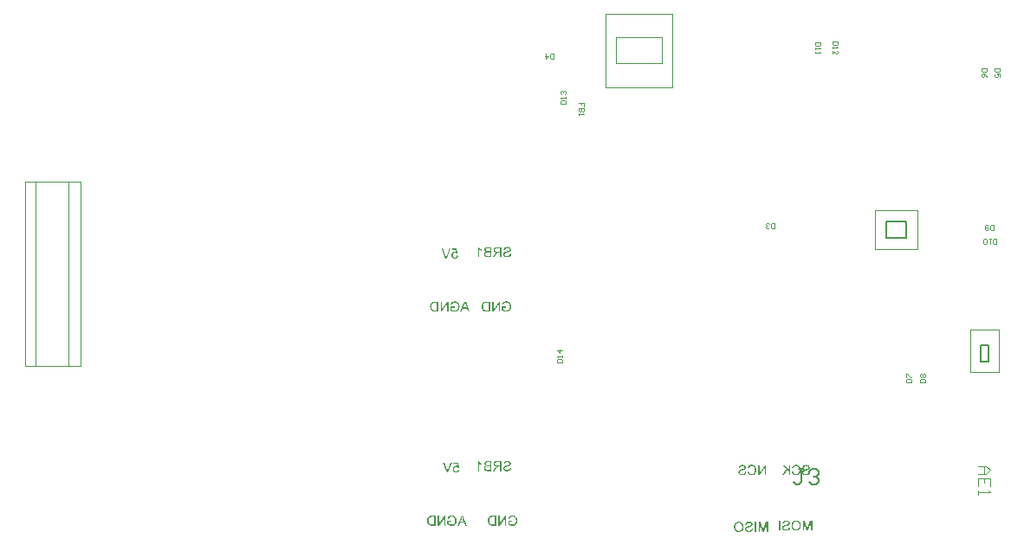
<source format=gbo>
G04*
G04 #@! TF.GenerationSoftware,Altium Limited,Altium Designer,23.8.1 (32)*
G04*
G04 Layer_Color=32896*
%FSLAX44Y44*%
%MOMM*%
G71*
G04*
G04 #@! TF.SameCoordinates,B2355FDD-5490-460F-BBB4-22D25E5E3D0D*
G04*
G04*
G04 #@! TF.FilePolarity,Positive*
G04*
G01*
G75*
%ADD19C,0.1001*%
%ADD20C,0.1999*%
%ADD21C,0.1500*%
%ADD22C,0.0500*%
%ADD23C,0.1200*%
G36*
X421213Y241469D02*
X419972D01*
Y249124D01*
X414869Y241469D01*
X413530D01*
Y251224D01*
X414771D01*
Y243556D01*
X419888Y251224D01*
X421213D01*
Y241469D01*
D02*
G37*
G36*
X427782Y251365D02*
X428276Y251295D01*
X428501Y251252D01*
X428713Y251196D01*
X428910Y251154D01*
X429093Y251097D01*
X429262Y251041D01*
X429403Y250985D01*
X429530Y250928D01*
X429643Y250886D01*
X429728Y250844D01*
X429784Y250816D01*
X429826Y250801D01*
X429840Y250787D01*
X430038Y250660D01*
X430235Y250534D01*
X430573Y250238D01*
X430869Y249942D01*
X431109Y249631D01*
X431306Y249363D01*
X431377Y249251D01*
X431433Y249138D01*
X431490Y249053D01*
X431518Y248997D01*
X431532Y248955D01*
X431546Y248941D01*
X431744Y248475D01*
X431884Y248010D01*
X431997Y247559D01*
X432025Y247348D01*
X432068Y247150D01*
X432082Y246967D01*
X432110Y246812D01*
X432124Y246657D01*
Y246530D01*
X432138Y246431D01*
Y246361D01*
Y246304D01*
Y246290D01*
X432110Y245769D01*
X432039Y245275D01*
X431997Y245050D01*
X431955Y244838D01*
X431899Y244627D01*
X431842Y244444D01*
X431786Y244275D01*
X431729Y244133D01*
X431687Y243993D01*
X431645Y243894D01*
X431603Y243795D01*
X431574Y243739D01*
X431546Y243696D01*
Y243682D01*
X431292Y243274D01*
X431010Y242921D01*
X430714Y242611D01*
X430433Y242357D01*
X430165Y242160D01*
X430066Y242089D01*
X429967Y242019D01*
X429883Y241977D01*
X429826Y241934D01*
X429784Y241920D01*
X429770Y241906D01*
X429544Y241793D01*
X429319Y241709D01*
X428868Y241554D01*
X428431Y241455D01*
X428022Y241371D01*
X427839Y241356D01*
X427669Y241328D01*
X427514Y241314D01*
X427388D01*
X427289Y241300D01*
X427148D01*
X426753Y241314D01*
X426372Y241356D01*
X426020Y241427D01*
X425710Y241497D01*
X425583Y241526D01*
X425456Y241554D01*
X425343Y241596D01*
X425245Y241624D01*
X425174Y241652D01*
X425118Y241667D01*
X425090Y241681D01*
X425076D01*
X424695Y241836D01*
X424343Y242019D01*
X424004Y242216D01*
X423708Y242400D01*
X423581Y242484D01*
X423454Y242569D01*
X423356Y242639D01*
X423271Y242696D01*
X423201Y242752D01*
X423144Y242794D01*
X423116Y242808D01*
X423102Y242822D01*
Y246445D01*
X427247D01*
Y245289D01*
X424371D01*
Y243457D01*
X424540Y243316D01*
X424737Y243189D01*
X424949Y243076D01*
X425146Y242978D01*
X425315Y242893D01*
X425470Y242822D01*
X425527Y242794D01*
X425555Y242780D01*
X425583Y242766D01*
X425597D01*
X425893Y242667D01*
X426189Y242583D01*
X426457Y242526D01*
X426711Y242498D01*
X426922Y242470D01*
X427007D01*
X427091Y242456D01*
X427232D01*
X427585Y242470D01*
X427923Y242526D01*
X428233Y242597D01*
X428515Y242667D01*
X428741Y242752D01*
X428839Y242780D01*
X428910Y242808D01*
X428980Y242837D01*
X429023Y242865D01*
X429051Y242879D01*
X429065D01*
X429361Y243062D01*
X429629Y243260D01*
X429855Y243471D01*
X430038Y243682D01*
X430193Y243880D01*
X430291Y244035D01*
X430334Y244091D01*
X430348Y244133D01*
X430376Y244162D01*
Y244176D01*
X430517Y244528D01*
X430630Y244895D01*
X430700Y245261D01*
X430757Y245614D01*
X430771Y245769D01*
X430785Y245910D01*
X430799Y246051D01*
Y246164D01*
X430813Y246248D01*
Y246318D01*
Y246361D01*
Y246375D01*
X430799Y246770D01*
X430757Y247122D01*
X430700Y247460D01*
X430630Y247756D01*
X430602Y247883D01*
X430559Y247996D01*
X430531Y248095D01*
X430503Y248179D01*
X430475Y248250D01*
X430461Y248292D01*
X430447Y248320D01*
Y248334D01*
X430348Y248532D01*
X430249Y248715D01*
X430150Y248884D01*
X430052Y249025D01*
X429967Y249138D01*
X429897Y249237D01*
X429840Y249293D01*
X429826Y249307D01*
X429671Y249462D01*
X429502Y249603D01*
X429319Y249716D01*
X429150Y249829D01*
X429009Y249899D01*
X428896Y249970D01*
X428811Y249998D01*
X428783Y250012D01*
X428529Y250111D01*
X428276Y250181D01*
X428008Y250223D01*
X427768Y250266D01*
X427557Y250280D01*
X427472D01*
X427402Y250294D01*
X427247D01*
X426979Y250280D01*
X426725Y250252D01*
X426499Y250209D01*
X426302Y250167D01*
X426133Y250111D01*
X426006Y250068D01*
X425936Y250040D01*
X425907Y250026D01*
X425696Y249927D01*
X425513Y249815D01*
X425343Y249702D01*
X425217Y249589D01*
X425118Y249490D01*
X425033Y249420D01*
X424991Y249363D01*
X424977Y249349D01*
X424850Y249180D01*
X424751Y248983D01*
X424653Y248800D01*
X424568Y248602D01*
X424512Y248433D01*
X424469Y248306D01*
X424455Y248250D01*
X424441Y248207D01*
X424427Y248193D01*
Y248179D01*
X423257Y248489D01*
X423356Y248842D01*
X423483Y249152D01*
X423610Y249434D01*
X423722Y249660D01*
X423835Y249843D01*
X423920Y249970D01*
X423976Y250054D01*
X424004Y250082D01*
X424202Y250308D01*
X424413Y250491D01*
X424639Y250660D01*
X424850Y250801D01*
X425047Y250900D01*
X425202Y250985D01*
X425259Y251013D01*
X425301Y251027D01*
X425329Y251041D01*
X425343D01*
X425668Y251154D01*
X426006Y251238D01*
X426316Y251309D01*
X426612Y251351D01*
X426880Y251379D01*
X426993D01*
X427077Y251394D01*
X427528D01*
X427782Y251365D01*
D02*
G37*
G36*
X441964Y241469D02*
X440596D01*
X439539Y244429D01*
X435451D01*
X434309Y241469D01*
X432843D01*
X436833Y251224D01*
X438242D01*
X441964Y241469D01*
D02*
G37*
G36*
X411359D02*
X407849D01*
X407525Y241483D01*
X407229Y241497D01*
X406961Y241526D01*
X406735Y241554D01*
X406538Y241582D01*
X406397Y241596D01*
X406355Y241610D01*
X406312Y241624D01*
X406284D01*
X406031Y241695D01*
X405805Y241779D01*
X405608Y241850D01*
X405438Y241934D01*
X405298Y242005D01*
X405199Y242061D01*
X405142Y242104D01*
X405114Y242118D01*
X404931Y242244D01*
X404776Y242400D01*
X404621Y242540D01*
X404494Y242682D01*
X404381Y242808D01*
X404297Y242907D01*
X404240Y242978D01*
X404226Y243006D01*
X404085Y243231D01*
X403944Y243471D01*
X403831Y243696D01*
X403747Y243922D01*
X403662Y244119D01*
X403606Y244275D01*
X403592Y244331D01*
X403578Y244373D01*
X403564Y244401D01*
Y244415D01*
X403479Y244754D01*
X403409Y245092D01*
X403366Y245416D01*
X403324Y245727D01*
X403310Y245994D01*
Y246107D01*
X403296Y246206D01*
Y246276D01*
Y246347D01*
Y246375D01*
Y246389D01*
X403310Y246868D01*
X403352Y247305D01*
X403423Y247700D01*
X403451Y247883D01*
X403493Y248038D01*
X403535Y248193D01*
X403564Y248320D01*
X403592Y248433D01*
X403634Y248532D01*
X403648Y248616D01*
X403676Y248673D01*
X403690Y248701D01*
Y248715D01*
X403845Y249081D01*
X404029Y249406D01*
X404226Y249688D01*
X404409Y249927D01*
X404579Y250125D01*
X404720Y250266D01*
X404776Y250308D01*
X404818Y250350D01*
X404832Y250364D01*
X404846Y250378D01*
X405072Y250562D01*
X405312Y250703D01*
X405551Y250830D01*
X405777Y250928D01*
X405974Y250999D01*
X406129Y251041D01*
X406186Y251069D01*
X406228D01*
X406256Y251083D01*
X406270D01*
X406510Y251126D01*
X406792Y251168D01*
X407074Y251196D01*
X407356Y251210D01*
X407609Y251224D01*
X411359D01*
Y241469D01*
D02*
G37*
G36*
X471675D02*
X470434D01*
Y249124D01*
X465331Y241469D01*
X463992D01*
Y251224D01*
X465233D01*
Y243556D01*
X470350Y251224D01*
X471675D01*
Y241469D01*
D02*
G37*
G36*
X478244Y251365D02*
X478737Y251295D01*
X478963Y251252D01*
X479174Y251196D01*
X479372Y251154D01*
X479555Y251097D01*
X479724Y251041D01*
X479865Y250985D01*
X479992Y250928D01*
X480105Y250886D01*
X480189Y250844D01*
X480246Y250816D01*
X480288Y250801D01*
X480302Y250787D01*
X480499Y250660D01*
X480697Y250534D01*
X481035Y250238D01*
X481331Y249942D01*
X481571Y249631D01*
X481768Y249363D01*
X481839Y249251D01*
X481895Y249138D01*
X481951Y249053D01*
X481980Y248997D01*
X481994Y248955D01*
X482008Y248941D01*
X482205Y248475D01*
X482346Y248010D01*
X482459Y247559D01*
X482487Y247348D01*
X482529Y247150D01*
X482544Y246967D01*
X482572Y246812D01*
X482586Y246657D01*
Y246530D01*
X482600Y246431D01*
Y246361D01*
Y246304D01*
Y246290D01*
X482572Y245769D01*
X482501Y245275D01*
X482459Y245050D01*
X482417Y244838D01*
X482360Y244627D01*
X482304Y244444D01*
X482248Y244275D01*
X482191Y244133D01*
X482149Y243993D01*
X482107Y243894D01*
X482064Y243795D01*
X482036Y243739D01*
X482008Y243696D01*
Y243682D01*
X481754Y243274D01*
X481472Y242921D01*
X481176Y242611D01*
X480894Y242357D01*
X480626Y242160D01*
X480528Y242089D01*
X480429Y242019D01*
X480345Y241977D01*
X480288Y241934D01*
X480246Y241920D01*
X480232Y241906D01*
X480006Y241793D01*
X479781Y241709D01*
X479329Y241554D01*
X478893Y241455D01*
X478484Y241371D01*
X478300Y241356D01*
X478131Y241328D01*
X477976Y241314D01*
X477849D01*
X477751Y241300D01*
X477610D01*
X477215Y241314D01*
X476834Y241356D01*
X476482Y241427D01*
X476172Y241497D01*
X476045Y241526D01*
X475918Y241554D01*
X475805Y241596D01*
X475707Y241624D01*
X475636Y241652D01*
X475580Y241667D01*
X475551Y241681D01*
X475537D01*
X475157Y241836D01*
X474804Y242019D01*
X474466Y242216D01*
X474170Y242400D01*
X474043Y242484D01*
X473916Y242569D01*
X473818Y242639D01*
X473733Y242696D01*
X473662Y242752D01*
X473606Y242794D01*
X473578Y242808D01*
X473564Y242822D01*
Y246445D01*
X477708D01*
Y245289D01*
X474833D01*
Y243457D01*
X475002Y243316D01*
X475199Y243189D01*
X475410Y243076D01*
X475608Y242978D01*
X475777Y242893D01*
X475932Y242822D01*
X475989Y242794D01*
X476017Y242780D01*
X476045Y242766D01*
X476059D01*
X476355Y242667D01*
X476651Y242583D01*
X476919Y242526D01*
X477173Y242498D01*
X477384Y242470D01*
X477469D01*
X477553Y242456D01*
X477694D01*
X478047Y242470D01*
X478385Y242526D01*
X478695Y242597D01*
X478977Y242667D01*
X479203Y242752D01*
X479301Y242780D01*
X479372Y242808D01*
X479442Y242837D01*
X479485Y242865D01*
X479513Y242879D01*
X479527D01*
X479823Y243062D01*
X480091Y243260D01*
X480316Y243471D01*
X480499Y243682D01*
X480655Y243880D01*
X480753Y244035D01*
X480796Y244091D01*
X480810Y244133D01*
X480838Y244162D01*
Y244176D01*
X480979Y244528D01*
X481092Y244895D01*
X481162Y245261D01*
X481218Y245614D01*
X481233Y245769D01*
X481247Y245910D01*
X481261Y246051D01*
Y246164D01*
X481275Y246248D01*
Y246318D01*
Y246361D01*
Y246375D01*
X481261Y246770D01*
X481218Y247122D01*
X481162Y247460D01*
X481092Y247756D01*
X481063Y247883D01*
X481021Y247996D01*
X480993Y248095D01*
X480965Y248179D01*
X480937Y248250D01*
X480923Y248292D01*
X480908Y248320D01*
Y248334D01*
X480810Y248532D01*
X480711Y248715D01*
X480612Y248884D01*
X480514Y249025D01*
X480429Y249138D01*
X480359Y249237D01*
X480302Y249293D01*
X480288Y249307D01*
X480133Y249462D01*
X479964Y249603D01*
X479781Y249716D01*
X479611Y249829D01*
X479470Y249899D01*
X479358Y249970D01*
X479273Y249998D01*
X479245Y250012D01*
X478991Y250111D01*
X478737Y250181D01*
X478470Y250223D01*
X478230Y250266D01*
X478018Y250280D01*
X477934D01*
X477863Y250294D01*
X477708D01*
X477440Y250280D01*
X477187Y250252D01*
X476961Y250209D01*
X476764Y250167D01*
X476595Y250111D01*
X476468Y250068D01*
X476397Y250040D01*
X476369Y250026D01*
X476158Y249927D01*
X475974Y249815D01*
X475805Y249702D01*
X475678Y249589D01*
X475580Y249490D01*
X475495Y249420D01*
X475453Y249363D01*
X475439Y249349D01*
X475312Y249180D01*
X475213Y248983D01*
X475115Y248800D01*
X475030Y248602D01*
X474973Y248433D01*
X474931Y248306D01*
X474917Y248250D01*
X474903Y248207D01*
X474889Y248193D01*
Y248179D01*
X473719Y248489D01*
X473818Y248842D01*
X473944Y249152D01*
X474071Y249434D01*
X474184Y249660D01*
X474297Y249843D01*
X474381Y249970D01*
X474438Y250054D01*
X474466Y250082D01*
X474663Y250308D01*
X474875Y250491D01*
X475100Y250660D01*
X475312Y250801D01*
X475509Y250900D01*
X475664Y250985D01*
X475721Y251013D01*
X475763Y251027D01*
X475791Y251041D01*
X475805D01*
X476129Y251154D01*
X476468Y251238D01*
X476778Y251309D01*
X477074Y251351D01*
X477342Y251379D01*
X477455D01*
X477539Y251394D01*
X477990D01*
X478244Y251365D01*
D02*
G37*
G36*
X461821Y241469D02*
X458311D01*
X457987Y241483D01*
X457691Y241497D01*
X457423Y241526D01*
X457197Y241554D01*
X457000Y241582D01*
X456859Y241596D01*
X456817Y241610D01*
X456774Y241624D01*
X456746D01*
X456492Y241695D01*
X456267Y241779D01*
X456069Y241850D01*
X455900Y241934D01*
X455759Y242005D01*
X455661Y242061D01*
X455604Y242104D01*
X455576Y242118D01*
X455393Y242244D01*
X455238Y242400D01*
X455083Y242540D01*
X454956Y242682D01*
X454843Y242808D01*
X454758Y242907D01*
X454702Y242978D01*
X454688Y243006D01*
X454547Y243231D01*
X454406Y243471D01*
X454293Y243696D01*
X454209Y243922D01*
X454124Y244119D01*
X454068Y244275D01*
X454054Y244331D01*
X454039Y244373D01*
X454025Y244401D01*
Y244415D01*
X453941Y244754D01*
X453870Y245092D01*
X453828Y245416D01*
X453786Y245727D01*
X453772Y245994D01*
Y246107D01*
X453758Y246206D01*
Y246276D01*
Y246347D01*
Y246375D01*
Y246389D01*
X453772Y246868D01*
X453814Y247305D01*
X453884Y247700D01*
X453913Y247883D01*
X453955Y248038D01*
X453997Y248193D01*
X454025Y248320D01*
X454054Y248433D01*
X454096Y248532D01*
X454110Y248616D01*
X454138Y248673D01*
X454152Y248701D01*
Y248715D01*
X454307Y249081D01*
X454491Y249406D01*
X454688Y249688D01*
X454871Y249927D01*
X455040Y250125D01*
X455181Y250266D01*
X455238Y250308D01*
X455280Y250350D01*
X455294Y250364D01*
X455308Y250378D01*
X455534Y250562D01*
X455773Y250703D01*
X456013Y250830D01*
X456239Y250928D01*
X456436Y250999D01*
X456591Y251041D01*
X456647Y251069D01*
X456690D01*
X456718Y251083D01*
X456732D01*
X456972Y251126D01*
X457254Y251168D01*
X457536Y251196D01*
X457817Y251210D01*
X458071Y251224D01*
X461821D01*
Y241469D01*
D02*
G37*
G36*
X451037Y304367D02*
X451192Y304141D01*
X451375Y303916D01*
X451544Y303718D01*
X451713Y303549D01*
X451840Y303408D01*
X451897Y303366D01*
X451939Y303324D01*
X451953Y303310D01*
X451967Y303296D01*
X452263Y303056D01*
X452559Y302830D01*
X452841Y302633D01*
X453123Y302478D01*
X453363Y302337D01*
X453461Y302281D01*
X453546Y302238D01*
X453617Y302196D01*
X453673Y302182D01*
X453701Y302154D01*
X453715D01*
Y300998D01*
X453504Y301082D01*
X453292Y301181D01*
X453081Y301280D01*
X452883Y301378D01*
X452714Y301463D01*
X452573Y301533D01*
X452489Y301590D01*
X452475Y301604D01*
X452461D01*
X452207Y301759D01*
X451981Y301914D01*
X451784Y302055D01*
X451629Y302182D01*
X451488Y302281D01*
X451403Y302365D01*
X451333Y302421D01*
X451319Y302436D01*
Y294809D01*
X450121D01*
Y304607D01*
X450896D01*
X451037Y304367D01*
D02*
G37*
G36*
X473056Y294809D02*
X471759D01*
Y299137D01*
X470096D01*
X469941Y299123D01*
X469828D01*
X469729Y299109D01*
X469659Y299095D01*
X469603D01*
X469574Y299081D01*
X469560D01*
X469335Y299010D01*
X469236Y298968D01*
X469151Y298925D01*
X469067Y298883D01*
X469011Y298855D01*
X468982Y298841D01*
X468968Y298827D01*
X468855Y298742D01*
X468743Y298643D01*
X468531Y298432D01*
X468433Y298333D01*
X468362Y298249D01*
X468320Y298192D01*
X468306Y298178D01*
X468165Y297981D01*
X468010Y297770D01*
X467854Y297544D01*
X467700Y297332D01*
X467573Y297135D01*
X467474Y296980D01*
X467432Y296924D01*
X467403Y296881D01*
X467375Y296853D01*
Y296839D01*
X466092Y294809D01*
X464485D01*
X466163Y297459D01*
X466360Y297741D01*
X466544Y297995D01*
X466727Y298207D01*
X466882Y298404D01*
X467023Y298545D01*
X467136Y298658D01*
X467206Y298728D01*
X467234Y298756D01*
X467347Y298841D01*
X467474Y298940D01*
X467728Y299095D01*
X467840Y299151D01*
X467925Y299207D01*
X467981Y299236D01*
X468010Y299250D01*
X467756Y299292D01*
X467516Y299334D01*
X467305Y299405D01*
X467093Y299461D01*
X466910Y299532D01*
X466741Y299616D01*
X466586Y299687D01*
X466445Y299757D01*
X466332Y299842D01*
X466219Y299912D01*
X466135Y299969D01*
X466064Y300025D01*
X466008Y300067D01*
X465965Y300110D01*
X465951Y300124D01*
X465937Y300138D01*
X465825Y300279D01*
X465712Y300420D01*
X465543Y300716D01*
X465430Y301012D01*
X465345Y301294D01*
X465289Y301533D01*
X465275Y301632D01*
Y301731D01*
X465261Y301801D01*
Y301858D01*
Y301886D01*
Y301900D01*
X465275Y302196D01*
X465317Y302464D01*
X465388Y302718D01*
X465458Y302929D01*
X465543Y303112D01*
X465599Y303253D01*
X465655Y303338D01*
X465670Y303352D01*
Y303366D01*
X465839Y303592D01*
X466008Y303789D01*
X466191Y303958D01*
X466360Y304085D01*
X466515Y304184D01*
X466642Y304240D01*
X466727Y304282D01*
X466741Y304296D01*
X466755D01*
X466882Y304339D01*
X467037Y304381D01*
X467347Y304452D01*
X467685Y304494D01*
X467995Y304536D01*
X468292Y304550D01*
X468418D01*
X468531Y304564D01*
X473056D01*
Y294809D01*
D02*
G37*
G36*
X463287D02*
X459566D01*
X459227Y294823D01*
X458931Y294837D01*
X458663Y294866D01*
X458438Y294894D01*
X458255Y294922D01*
X458114Y294936D01*
X458029Y294964D01*
X458001D01*
X457761Y295035D01*
X457564Y295105D01*
X457380Y295190D01*
X457225Y295274D01*
X457099Y295331D01*
X457000Y295387D01*
X456944Y295429D01*
X456929Y295443D01*
X456774Y295570D01*
X456633Y295725D01*
X456521Y295881D01*
X456408Y296021D01*
X456323Y296162D01*
X456267Y296261D01*
X456225Y296332D01*
X456210Y296360D01*
X456112Y296585D01*
X456041Y296811D01*
X455985Y297022D01*
X455957Y297220D01*
X455928Y297389D01*
X455914Y297530D01*
Y297614D01*
Y297629D01*
Y297643D01*
X455928Y297953D01*
X455985Y298235D01*
X456069Y298474D01*
X456154Y298700D01*
X456239Y298869D01*
X456323Y298996D01*
X456380Y299081D01*
X456394Y299109D01*
X456591Y299334D01*
X456802Y299518D01*
X457042Y299673D01*
X457254Y299799D01*
X457451Y299898D01*
X457620Y299955D01*
X457677Y299983D01*
X457719Y299997D01*
X457747Y300011D01*
X457761D01*
X457521Y300152D01*
X457310Y300293D01*
X457141Y300448D01*
X457000Y300589D01*
X456887Y300702D01*
X456802Y300814D01*
X456760Y300871D01*
X456746Y300899D01*
X456633Y301110D01*
X456549Y301308D01*
X456478Y301505D01*
X456436Y301688D01*
X456408Y301844D01*
X456394Y301970D01*
Y302041D01*
Y302069D01*
X456408Y302309D01*
X456450Y302548D01*
X456521Y302760D01*
X456591Y302957D01*
X456661Y303126D01*
X456732Y303239D01*
X456774Y303324D01*
X456788Y303352D01*
X456944Y303563D01*
X457113Y303761D01*
X457296Y303916D01*
X457465Y304043D01*
X457606Y304141D01*
X457733Y304212D01*
X457817Y304254D01*
X457832Y304268D01*
X457846D01*
X458114Y304367D01*
X458410Y304437D01*
X458706Y304494D01*
X458988Y304522D01*
X459241Y304550D01*
X459354D01*
X459453Y304564D01*
X463287D01*
Y294809D01*
D02*
G37*
G36*
X479174Y304719D02*
X479499Y304677D01*
X479809Y304621D01*
X480077Y304564D01*
X480288Y304508D01*
X480387Y304480D01*
X480457Y304452D01*
X480514Y304423D01*
X480556Y304409D01*
X480584Y304395D01*
X480598D01*
X480880Y304254D01*
X481134Y304099D01*
X481345Y303930D01*
X481515Y303775D01*
X481641Y303634D01*
X481740Y303521D01*
X481811Y303437D01*
X481825Y303422D01*
Y303408D01*
X481966Y303169D01*
X482064Y302929D01*
X482135Y302689D01*
X482177Y302478D01*
X482205Y302295D01*
X482234Y302154D01*
Y302097D01*
Y302055D01*
Y302041D01*
Y302027D01*
X482219Y301787D01*
X482177Y301562D01*
X482121Y301350D01*
X482064Y301167D01*
X482008Y301026D01*
X481951Y300913D01*
X481909Y300843D01*
X481895Y300814D01*
X481754Y300617D01*
X481585Y300434D01*
X481416Y300279D01*
X481247Y300152D01*
X481106Y300039D01*
X480979Y299969D01*
X480894Y299912D01*
X480880Y299898D01*
X480866D01*
X480753Y299842D01*
X480626Y299785D01*
X480345Y299687D01*
X480020Y299588D01*
X479710Y299489D01*
X479428Y299405D01*
X479301Y299377D01*
X479188Y299348D01*
X479104Y299320D01*
X479034Y299306D01*
X478991Y299292D01*
X478977D01*
X478737Y299236D01*
X478512Y299179D01*
X478315Y299123D01*
X478145Y299081D01*
X477976Y299038D01*
X477835Y298996D01*
X477708Y298968D01*
X477610Y298925D01*
X477511Y298897D01*
X477440Y298883D01*
X477328Y298841D01*
X477257Y298827D01*
X477243Y298813D01*
X477032Y298728D01*
X476848Y298629D01*
X476693Y298531D01*
X476581Y298446D01*
X476482Y298362D01*
X476426Y298305D01*
X476383Y298263D01*
X476369Y298249D01*
X476270Y298122D01*
X476200Y297981D01*
X476158Y297840D01*
X476115Y297727D01*
X476101Y297614D01*
X476087Y297530D01*
Y297459D01*
Y297445D01*
X476101Y297276D01*
X476129Y297121D01*
X476172Y296980D01*
X476228Y296867D01*
X476284Y296754D01*
X476327Y296684D01*
X476355Y296628D01*
X476369Y296614D01*
X476482Y296473D01*
X476623Y296360D01*
X476764Y296261D01*
X476891Y296162D01*
X477018Y296106D01*
X477116Y296050D01*
X477187Y296021D01*
X477215Y296007D01*
X477426Y295937D01*
X477652Y295881D01*
X477878Y295852D01*
X478075Y295824D01*
X478244Y295810D01*
X478385Y295796D01*
X478512D01*
X478822Y295810D01*
X479104Y295838D01*
X479358Y295881D01*
X479583Y295937D01*
X479767Y295993D01*
X479907Y296036D01*
X479950Y296050D01*
X479992Y296064D01*
X480006Y296078D01*
X480020D01*
X480246Y296191D01*
X480457Y296318D01*
X480612Y296444D01*
X480753Y296571D01*
X480866Y296670D01*
X480937Y296769D01*
X480979Y296825D01*
X480993Y296839D01*
X481092Y297022D01*
X481190Y297220D01*
X481247Y297431D01*
X481303Y297614D01*
X481345Y297798D01*
X481374Y297925D01*
Y297981D01*
X481388Y298023D01*
Y298037D01*
Y298051D01*
X482600Y297939D01*
X482572Y297586D01*
X482515Y297248D01*
X482431Y296952D01*
X482332Y296684D01*
X482234Y296473D01*
X482191Y296388D01*
X482163Y296318D01*
X482121Y296261D01*
X482107Y296219D01*
X482078Y296191D01*
Y296177D01*
X481867Y295909D01*
X481641Y295669D01*
X481402Y295472D01*
X481176Y295303D01*
X480979Y295176D01*
X480810Y295091D01*
X480753Y295063D01*
X480711Y295035D01*
X480683Y295021D01*
X480669D01*
X480316Y294894D01*
X479950Y294795D01*
X479583Y294739D01*
X479231Y294682D01*
X479062Y294668D01*
X478921Y294654D01*
X478794D01*
X478681Y294640D01*
X478456D01*
X478075Y294654D01*
X477722Y294696D01*
X477398Y294767D01*
X477130Y294837D01*
X476905Y294894D01*
X476806Y294936D01*
X476722Y294964D01*
X476665Y294992D01*
X476623Y295007D01*
X476595Y295021D01*
X476581D01*
X476284Y295176D01*
X476031Y295345D01*
X475805Y295528D01*
X475622Y295697D01*
X475481Y295838D01*
X475382Y295965D01*
X475312Y296050D01*
X475298Y296064D01*
Y296078D01*
X475143Y296346D01*
X475030Y296600D01*
X474959Y296839D01*
X474903Y297065D01*
X474875Y297262D01*
X474847Y297417D01*
Y297474D01*
Y297516D01*
Y297530D01*
Y297544D01*
X474861Y297826D01*
X474903Y298094D01*
X474973Y298333D01*
X475044Y298531D01*
X475129Y298700D01*
X475185Y298827D01*
X475241Y298897D01*
X475256Y298925D01*
X475425Y299137D01*
X475622Y299334D01*
X475833Y299503D01*
X476045Y299659D01*
X476228Y299771D01*
X476383Y299856D01*
X476440Y299884D01*
X476482Y299912D01*
X476510Y299926D01*
X476524D01*
X476637Y299983D01*
X476778Y300025D01*
X476933Y300081D01*
X477102Y300138D01*
X477455Y300236D01*
X477821Y300335D01*
X477990Y300378D01*
X478145Y300420D01*
X478300Y300462D01*
X478427Y300490D01*
X478526Y300518D01*
X478610Y300532D01*
X478667Y300547D01*
X478681D01*
X478963Y300617D01*
X479217Y300674D01*
X479442Y300744D01*
X479640Y300800D01*
X479823Y300871D01*
X479978Y300927D01*
X480119Y300984D01*
X480246Y301026D01*
X480345Y301082D01*
X480429Y301125D01*
X480485Y301153D01*
X480542Y301195D01*
X480612Y301237D01*
X480626Y301252D01*
X480753Y301392D01*
X480838Y301533D01*
X480908Y301674D01*
X480951Y301815D01*
X480979Y301928D01*
X480993Y302027D01*
Y302083D01*
Y302111D01*
X480965Y302337D01*
X480908Y302534D01*
X480824Y302703D01*
X480725Y302859D01*
X480640Y302971D01*
X480556Y303070D01*
X480499Y303126D01*
X480471Y303141D01*
X480359Y303211D01*
X480246Y303281D01*
X479978Y303394D01*
X479696Y303465D01*
X479414Y303521D01*
X479160Y303549D01*
X479048Y303563D01*
X478963Y303577D01*
X478766D01*
X478371Y303563D01*
X478018Y303507D01*
X477737Y303422D01*
X477497Y303338D01*
X477314Y303253D01*
X477173Y303169D01*
X477102Y303112D01*
X477074Y303098D01*
X476877Y302901D01*
X476722Y302689D01*
X476595Y302464D01*
X476510Y302238D01*
X476454Y302027D01*
X476411Y301872D01*
X476397Y301801D01*
X476383Y301759D01*
Y301731D01*
Y301717D01*
X475143Y301815D01*
X475171Y302125D01*
X475241Y302407D01*
X475312Y302675D01*
X475410Y302901D01*
X475495Y303084D01*
X475566Y303225D01*
X475594Y303267D01*
X475622Y303310D01*
X475636Y303324D01*
Y303338D01*
X475819Y303577D01*
X476017Y303789D01*
X476228Y303972D01*
X476440Y304113D01*
X476623Y304240D01*
X476764Y304310D01*
X476820Y304339D01*
X476862Y304367D01*
X476891Y304381D01*
X476905D01*
X477215Y304494D01*
X477553Y304578D01*
X477863Y304649D01*
X478159Y304691D01*
X478427Y304719D01*
X478526D01*
X478625Y304734D01*
X478808D01*
X479174Y304719D01*
D02*
G37*
G36*
X430318Y298149D02*
X429191Y297994D01*
X429092Y298149D01*
X428965Y298276D01*
X428853Y298403D01*
X428740Y298501D01*
X428627Y298572D01*
X428542Y298642D01*
X428486Y298671D01*
X428472Y298685D01*
X428289Y298769D01*
X428105Y298840D01*
X427936Y298882D01*
X427767Y298924D01*
X427626Y298938D01*
X427513Y298952D01*
X427245D01*
X427076Y298924D01*
X426780Y298854D01*
X426526Y298755D01*
X426301Y298656D01*
X426132Y298544D01*
X426005Y298445D01*
X425934Y298374D01*
X425906Y298360D01*
Y298346D01*
X425709Y298107D01*
X425568Y297853D01*
X425469Y297585D01*
X425399Y297317D01*
X425356Y297092D01*
X425342Y296993D01*
Y296908D01*
X425328Y296838D01*
Y296782D01*
Y296753D01*
Y296739D01*
Y296542D01*
X425356Y296359D01*
X425427Y296006D01*
X425526Y295710D01*
X425624Y295471D01*
X425737Y295273D01*
X425836Y295118D01*
X425878Y295076D01*
X425906Y295033D01*
X425920Y295019D01*
X425934Y295005D01*
X426047Y294893D01*
X426160Y294794D01*
X426414Y294625D01*
X426653Y294512D01*
X426893Y294441D01*
X427090Y294385D01*
X427259Y294371D01*
X427316Y294357D01*
X427401D01*
X427668Y294371D01*
X427908Y294427D01*
X428119Y294498D01*
X428289Y294582D01*
X428444Y294667D01*
X428556Y294737D01*
X428613Y294794D01*
X428641Y294808D01*
X428810Y295005D01*
X428951Y295217D01*
X429064Y295456D01*
X429148Y295668D01*
X429205Y295879D01*
X429247Y296034D01*
X429261Y296105D01*
X429275Y296147D01*
Y296175D01*
Y296189D01*
X430530Y296091D01*
X430502Y295865D01*
X430460Y295654D01*
X430333Y295259D01*
X430178Y294921D01*
X430093Y294766D01*
X430008Y294639D01*
X429938Y294512D01*
X429853Y294399D01*
X429783Y294314D01*
X429712Y294244D01*
X429656Y294188D01*
X429628Y294131D01*
X429600Y294117D01*
X429585Y294103D01*
X429416Y293976D01*
X429247Y293863D01*
X429064Y293765D01*
X428881Y293680D01*
X428528Y293553D01*
X428176Y293469D01*
X428021Y293426D01*
X427866Y293412D01*
X427739Y293398D01*
X427626Y293384D01*
X427527Y293370D01*
X427401D01*
X427104Y293384D01*
X426823Y293426D01*
X426555Y293483D01*
X426315Y293553D01*
X426089Y293652D01*
X425878Y293751D01*
X425681Y293849D01*
X425512Y293962D01*
X425356Y294075D01*
X425215Y294174D01*
X425103Y294286D01*
X425004Y294371D01*
X424934Y294441D01*
X424877Y294498D01*
X424849Y294540D01*
X424835Y294554D01*
X424694Y294737D01*
X424581Y294935D01*
X424468Y295118D01*
X424384Y295315D01*
X424243Y295696D01*
X424158Y296063D01*
X424130Y296218D01*
X424102Y296373D01*
X424088Y296500D01*
X424074Y296612D01*
X424059Y296711D01*
Y296782D01*
Y296824D01*
Y296838D01*
X424074Y297092D01*
X424102Y297331D01*
X424144Y297571D01*
X424200Y297782D01*
X424271Y297980D01*
X424341Y298177D01*
X424426Y298346D01*
X424496Y298501D01*
X424581Y298642D01*
X424666Y298769D01*
X424736Y298868D01*
X424807Y298967D01*
X424863Y299037D01*
X424905Y299079D01*
X424934Y299107D01*
X424948Y299122D01*
X425117Y299277D01*
X425286Y299418D01*
X425469Y299530D01*
X425652Y299629D01*
X425836Y299728D01*
X426019Y299798D01*
X426357Y299897D01*
X426512Y299939D01*
X426653Y299967D01*
X426780Y299981D01*
X426893Y299996D01*
X426978Y300010D01*
X427288D01*
X427457Y299981D01*
X427795Y299911D01*
X428105Y299812D01*
X428387Y299700D01*
X428613Y299587D01*
X428712Y299530D01*
X428796Y299488D01*
X428867Y299446D01*
X428909Y299418D01*
X428937Y299403D01*
X428951Y299389D01*
X428429Y302026D01*
X424525D01*
Y303167D01*
X429374D01*
X430318Y298149D01*
D02*
G37*
G36*
X419689Y293539D02*
X418336D01*
X414530Y303294D01*
X415841D01*
X418491Y296203D01*
X418604Y295907D01*
X418703Y295625D01*
X418787Y295358D01*
X418858Y295118D01*
X418928Y294907D01*
X418970Y294751D01*
X418985Y294695D01*
X418999Y294653D01*
X419013Y294625D01*
Y294611D01*
X419182Y295174D01*
X419267Y295442D01*
X419351Y295682D01*
X419422Y295893D01*
X419450Y295978D01*
X419464Y296063D01*
X419492Y296119D01*
X419506Y296161D01*
X419520Y296189D01*
Y296203D01*
X422058Y303294D01*
X423467D01*
X419689Y293539D01*
D02*
G37*
G36*
X755387Y81449D02*
X754090D01*
Y84832D01*
X752497Y86369D01*
X749029Y81449D01*
X747324D01*
X751595Y87243D01*
X747507Y91204D01*
X749269D01*
X754090Y86355D01*
Y91204D01*
X755387D01*
Y81449D01*
D02*
G37*
G36*
X761421Y91345D02*
X761872Y91275D01*
X762266Y91190D01*
X762450Y91134D01*
X762619Y91077D01*
X762774Y91021D01*
X762915Y90965D01*
X763028Y90922D01*
X763140Y90880D01*
X763211Y90838D01*
X763267Y90810D01*
X763310Y90795D01*
X763324Y90781D01*
X763704Y90542D01*
X764029Y90260D01*
X764311Y89978D01*
X764550Y89696D01*
X764733Y89442D01*
X764804Y89329D01*
X764860Y89231D01*
X764917Y89160D01*
X764945Y89104D01*
X764959Y89061D01*
X764973Y89047D01*
X765170Y88610D01*
X765311Y88159D01*
X765410Y87708D01*
X765481Y87299D01*
X765509Y87116D01*
X765523Y86933D01*
X765537Y86792D01*
Y86651D01*
X765551Y86552D01*
Y86468D01*
Y86411D01*
Y86397D01*
X765523Y85890D01*
X765467Y85396D01*
X765396Y84959D01*
X765340Y84748D01*
X765297Y84565D01*
X765255Y84395D01*
X765199Y84240D01*
X765156Y84099D01*
X765128Y83987D01*
X765086Y83902D01*
X765072Y83832D01*
X765044Y83789D01*
Y83775D01*
X764832Y83352D01*
X764593Y82972D01*
X764339Y82647D01*
X764212Y82521D01*
X764099Y82394D01*
X763986Y82281D01*
X763874Y82182D01*
X763775Y82098D01*
X763690Y82041D01*
X763634Y81985D01*
X763577Y81943D01*
X763549Y81929D01*
X763535Y81914D01*
X763338Y81802D01*
X763140Y81703D01*
X762718Y81548D01*
X762295Y81435D01*
X761886Y81365D01*
X761689Y81336D01*
X761519Y81308D01*
X761364Y81294D01*
X761237D01*
X761125Y81280D01*
X760969D01*
X760688Y81294D01*
X760420Y81322D01*
X760166Y81350D01*
X759926Y81407D01*
X759701Y81477D01*
X759489Y81548D01*
X759292Y81618D01*
X759109Y81703D01*
X758954Y81773D01*
X758799Y81844D01*
X758686Y81914D01*
X758573Y81985D01*
X758503Y82041D01*
X758432Y82069D01*
X758404Y82098D01*
X758390Y82112D01*
X758192Y82281D01*
X758023Y82450D01*
X757868Y82647D01*
X757713Y82845D01*
X757459Y83239D01*
X757262Y83634D01*
X757177Y83818D01*
X757107Y83987D01*
X757051Y84142D01*
X757008Y84269D01*
X756966Y84381D01*
X756938Y84466D01*
X756924Y84522D01*
Y84536D01*
X758221Y84861D01*
X758277Y84635D01*
X758347Y84424D01*
X758418Y84226D01*
X758488Y84043D01*
X758573Y83874D01*
X758658Y83733D01*
X758756Y83592D01*
X758841Y83465D01*
X758911Y83352D01*
X758996Y83268D01*
X759066Y83183D01*
X759123Y83113D01*
X759179Y83070D01*
X759221Y83028D01*
X759236Y83014D01*
X759250Y83000D01*
X759391Y82887D01*
X759546Y82802D01*
X759856Y82647D01*
X760152Y82535D01*
X760448Y82464D01*
X760702Y82408D01*
X760800Y82394D01*
X760899D01*
X760984Y82380D01*
X761082D01*
X761406Y82394D01*
X761717Y82450D01*
X761999Y82521D01*
X762252Y82605D01*
X762450Y82690D01*
X762534Y82732D01*
X762605Y82760D01*
X762661Y82788D01*
X762703Y82817D01*
X762732Y82831D01*
X762746D01*
X763014Y83028D01*
X763239Y83239D01*
X763437Y83479D01*
X763592Y83705D01*
X763718Y83902D01*
X763803Y84071D01*
X763831Y84142D01*
X763859Y84184D01*
X763874Y84212D01*
Y84226D01*
X763986Y84593D01*
X764071Y84959D01*
X764141Y85326D01*
X764184Y85664D01*
X764198Y85819D01*
X764212Y85960D01*
Y86087D01*
X764226Y86186D01*
Y86270D01*
Y86341D01*
Y86383D01*
Y86397D01*
X764212Y86764D01*
X764184Y87102D01*
X764127Y87412D01*
X764071Y87694D01*
X764029Y87934D01*
X764000Y88033D01*
X763972Y88117D01*
X763958Y88188D01*
X763944Y88230D01*
X763930Y88258D01*
Y88272D01*
X763789Y88596D01*
X763634Y88892D01*
X763465Y89132D01*
X763281Y89344D01*
X763126Y89513D01*
X762999Y89625D01*
X762901Y89696D01*
X762887Y89724D01*
X762873D01*
X762577Y89907D01*
X762252Y90048D01*
X761942Y90147D01*
X761646Y90203D01*
X761378Y90246D01*
X761266Y90260D01*
X761167D01*
X761096Y90274D01*
X760984D01*
X760631Y90260D01*
X760307Y90203D01*
X760039Y90119D01*
X759799Y90034D01*
X759616Y89936D01*
X759475Y89865D01*
X759391Y89809D01*
X759362Y89781D01*
X759137Y89569D01*
X758925Y89329D01*
X758756Y89076D01*
X758615Y88822D01*
X758503Y88596D01*
X758460Y88484D01*
X758432Y88399D01*
X758404Y88329D01*
X758376Y88272D01*
X758362Y88244D01*
Y88230D01*
X757093Y88526D01*
X757177Y88780D01*
X757262Y89005D01*
X757375Y89217D01*
X757474Y89428D01*
X757586Y89611D01*
X757713Y89781D01*
X757826Y89950D01*
X757939Y90091D01*
X758051Y90203D01*
X758150Y90316D01*
X758249Y90415D01*
X758319Y90485D01*
X758390Y90556D01*
X758446Y90598D01*
X758474Y90612D01*
X758488Y90626D01*
X758686Y90753D01*
X758883Y90880D01*
X759081Y90979D01*
X759292Y91063D01*
X759715Y91190D01*
X760096Y91275D01*
X760279Y91317D01*
X760434Y91331D01*
X760589Y91345D01*
X760716Y91359D01*
X760815Y91374D01*
X760955D01*
X761421Y91345D01*
D02*
G37*
G36*
X771274Y91359D02*
X771599Y91317D01*
X771909Y91261D01*
X772177Y91204D01*
X772388Y91148D01*
X772487Y91120D01*
X772557Y91091D01*
X772614Y91063D01*
X772656Y91049D01*
X772684Y91035D01*
X772698D01*
X772980Y90894D01*
X773234Y90739D01*
X773445Y90570D01*
X773615Y90415D01*
X773741Y90274D01*
X773840Y90161D01*
X773911Y90077D01*
X773925Y90062D01*
Y90048D01*
X774066Y89809D01*
X774164Y89569D01*
X774235Y89329D01*
X774277Y89118D01*
X774305Y88935D01*
X774333Y88794D01*
Y88737D01*
Y88695D01*
Y88681D01*
Y88667D01*
X774319Y88427D01*
X774277Y88202D01*
X774221Y87990D01*
X774164Y87807D01*
X774108Y87666D01*
X774052Y87553D01*
X774009Y87483D01*
X773995Y87455D01*
X773854Y87257D01*
X773685Y87074D01*
X773516Y86919D01*
X773347Y86792D01*
X773206Y86679D01*
X773079Y86609D01*
X772994Y86552D01*
X772980Y86538D01*
X772966D01*
X772853Y86482D01*
X772726Y86425D01*
X772445Y86327D01*
X772120Y86228D01*
X771810Y86129D01*
X771528Y86045D01*
X771401Y86017D01*
X771289Y85988D01*
X771204Y85960D01*
X771133Y85946D01*
X771091Y85932D01*
X771077D01*
X770837Y85876D01*
X770612Y85819D01*
X770415Y85763D01*
X770245Y85721D01*
X770076Y85678D01*
X769935Y85636D01*
X769808Y85608D01*
X769710Y85566D01*
X769611Y85537D01*
X769540Y85523D01*
X769428Y85481D01*
X769357Y85467D01*
X769343Y85453D01*
X769132Y85368D01*
X768948Y85269D01*
X768793Y85171D01*
X768681Y85086D01*
X768582Y85002D01*
X768525Y84945D01*
X768483Y84903D01*
X768469Y84889D01*
X768370Y84762D01*
X768300Y84621D01*
X768258Y84480D01*
X768215Y84367D01*
X768201Y84255D01*
X768187Y84170D01*
Y84099D01*
Y84085D01*
X768201Y83916D01*
X768230Y83761D01*
X768272Y83620D01*
X768328Y83507D01*
X768384Y83395D01*
X768427Y83324D01*
X768455Y83268D01*
X768469Y83254D01*
X768582Y83113D01*
X768723Y83000D01*
X768864Y82901D01*
X768991Y82802D01*
X769118Y82746D01*
X769216Y82690D01*
X769287Y82662D01*
X769315Y82647D01*
X769526Y82577D01*
X769752Y82521D01*
X769977Y82492D01*
X770175Y82464D01*
X770344Y82450D01*
X770485Y82436D01*
X770612D01*
X770922Y82450D01*
X771204Y82478D01*
X771458Y82521D01*
X771683Y82577D01*
X771867Y82633D01*
X772008Y82676D01*
X772050Y82690D01*
X772092Y82704D01*
X772106Y82718D01*
X772120D01*
X772346Y82831D01*
X772557Y82957D01*
X772712Y83084D01*
X772853Y83211D01*
X772966Y83310D01*
X773037Y83409D01*
X773079Y83465D01*
X773093Y83479D01*
X773192Y83662D01*
X773290Y83860D01*
X773347Y84071D01*
X773403Y84255D01*
X773445Y84438D01*
X773474Y84565D01*
Y84621D01*
X773488Y84663D01*
Y84677D01*
Y84691D01*
X774700Y84579D01*
X774672Y84226D01*
X774615Y83888D01*
X774531Y83592D01*
X774432Y83324D01*
X774333Y83113D01*
X774291Y83028D01*
X774263Y82957D01*
X774221Y82901D01*
X774207Y82859D01*
X774178Y82831D01*
Y82817D01*
X773967Y82549D01*
X773741Y82309D01*
X773502Y82112D01*
X773276Y81943D01*
X773079Y81816D01*
X772910Y81731D01*
X772853Y81703D01*
X772811Y81675D01*
X772783Y81661D01*
X772769D01*
X772416Y81534D01*
X772050Y81435D01*
X771683Y81379D01*
X771331Y81322D01*
X771162Y81308D01*
X771021Y81294D01*
X770894D01*
X770781Y81280D01*
X770555D01*
X770175Y81294D01*
X769822Y81336D01*
X769498Y81407D01*
X769230Y81477D01*
X769005Y81534D01*
X768906Y81576D01*
X768822Y81604D01*
X768765Y81632D01*
X768723Y81646D01*
X768695Y81661D01*
X768681D01*
X768384Y81816D01*
X768131Y81985D01*
X767905Y82168D01*
X767722Y82337D01*
X767581Y82478D01*
X767482Y82605D01*
X767412Y82690D01*
X767398Y82704D01*
Y82718D01*
X767243Y82986D01*
X767130Y83239D01*
X767059Y83479D01*
X767003Y83705D01*
X766975Y83902D01*
X766947Y84057D01*
Y84114D01*
Y84156D01*
Y84170D01*
Y84184D01*
X766961Y84466D01*
X767003Y84734D01*
X767074Y84973D01*
X767144Y85171D01*
X767229Y85340D01*
X767285Y85467D01*
X767341Y85537D01*
X767355Y85566D01*
X767525Y85777D01*
X767722Y85974D01*
X767933Y86144D01*
X768145Y86299D01*
X768328Y86411D01*
X768483Y86496D01*
X768540Y86524D01*
X768582Y86552D01*
X768610Y86566D01*
X768624D01*
X768737Y86623D01*
X768878Y86665D01*
X769033Y86721D01*
X769202Y86778D01*
X769555Y86876D01*
X769921Y86975D01*
X770090Y87017D01*
X770245Y87060D01*
X770400Y87102D01*
X770527Y87130D01*
X770626Y87158D01*
X770711Y87172D01*
X770767Y87187D01*
X770781D01*
X771063Y87257D01*
X771317Y87313D01*
X771542Y87384D01*
X771740Y87440D01*
X771923Y87511D01*
X772078Y87567D01*
X772219Y87624D01*
X772346Y87666D01*
X772445Y87722D01*
X772529Y87765D01*
X772585Y87793D01*
X772642Y87835D01*
X772712Y87877D01*
X772726Y87892D01*
X772853Y88033D01*
X772938Y88173D01*
X773008Y88314D01*
X773051Y88455D01*
X773079Y88568D01*
X773093Y88667D01*
Y88723D01*
Y88751D01*
X773065Y88977D01*
X773008Y89174D01*
X772924Y89344D01*
X772825Y89499D01*
X772740Y89611D01*
X772656Y89710D01*
X772599Y89766D01*
X772571Y89781D01*
X772459Y89851D01*
X772346Y89922D01*
X772078Y90034D01*
X771796Y90105D01*
X771514Y90161D01*
X771260Y90189D01*
X771148Y90203D01*
X771063Y90218D01*
X770866D01*
X770471Y90203D01*
X770118Y90147D01*
X769837Y90062D01*
X769597Y89978D01*
X769414Y89893D01*
X769273Y89809D01*
X769202Y89752D01*
X769174Y89738D01*
X768977Y89541D01*
X768822Y89329D01*
X768695Y89104D01*
X768610Y88878D01*
X768554Y88667D01*
X768511Y88512D01*
X768497Y88441D01*
X768483Y88399D01*
Y88371D01*
Y88357D01*
X767243Y88455D01*
X767271Y88765D01*
X767341Y89047D01*
X767412Y89315D01*
X767511Y89541D01*
X767595Y89724D01*
X767666Y89865D01*
X767694Y89907D01*
X767722Y89950D01*
X767736Y89964D01*
Y89978D01*
X767919Y90218D01*
X768117Y90429D01*
X768328Y90612D01*
X768540Y90753D01*
X768723Y90880D01*
X768864Y90950D01*
X768920Y90979D01*
X768962Y91007D01*
X768991Y91021D01*
X769005D01*
X769315Y91134D01*
X769653Y91218D01*
X769963Y91289D01*
X770259Y91331D01*
X770527Y91359D01*
X770626D01*
X770725Y91374D01*
X770908D01*
X771274Y91359D01*
D02*
G37*
G36*
X776711Y27098D02*
X775471D01*
Y35401D01*
X772651Y27098D01*
X771495D01*
X768648Y35260D01*
Y27098D01*
X767407D01*
Y36853D01*
X769141D01*
X771481Y30058D01*
X771608Y29692D01*
X771707Y29382D01*
X771805Y29114D01*
X771876Y28888D01*
X771932Y28719D01*
X771975Y28592D01*
X771989Y28522D01*
X772003Y28494D01*
X772059Y28691D01*
X772130Y28916D01*
X772214Y29156D01*
X772285Y29396D01*
X772355Y29607D01*
X772412Y29776D01*
X772440Y29847D01*
X772454Y29889D01*
X772468Y29917D01*
Y29931D01*
X774780Y36853D01*
X776711D01*
Y27098D01*
D02*
G37*
G36*
X745402D02*
X744105D01*
Y36853D01*
X745402D01*
Y27098D01*
D02*
G37*
G36*
X761416Y37008D02*
X761768Y36966D01*
X762107Y36895D01*
X762431Y36811D01*
X762727Y36698D01*
X763009Y36585D01*
X763263Y36458D01*
X763488Y36332D01*
X763700Y36205D01*
X763883Y36078D01*
X764038Y35965D01*
X764165Y35852D01*
X764264Y35768D01*
X764348Y35697D01*
X764390Y35655D01*
X764405Y35641D01*
X764630Y35373D01*
X764827Y35091D01*
X765011Y34781D01*
X765152Y34471D01*
X765278Y34146D01*
X765391Y33836D01*
X765476Y33526D01*
X765532Y33230D01*
X765589Y32948D01*
X765631Y32680D01*
X765659Y32441D01*
X765687Y32243D01*
Y32074D01*
X765701Y31947D01*
Y31863D01*
Y31849D01*
Y31835D01*
X765673Y31355D01*
X765617Y30918D01*
X765532Y30495D01*
X765476Y30312D01*
X765419Y30129D01*
X765377Y29974D01*
X765321Y29833D01*
X765278Y29706D01*
X765236Y29593D01*
X765208Y29509D01*
X765180Y29452D01*
X765152Y29410D01*
Y29396D01*
X764912Y28987D01*
X764658Y28635D01*
X764376Y28324D01*
X764109Y28071D01*
X763869Y27859D01*
X763770Y27775D01*
X763686Y27718D01*
X763601Y27662D01*
X763545Y27620D01*
X763516Y27606D01*
X763502Y27591D01*
X763291Y27479D01*
X763079Y27380D01*
X762656Y27211D01*
X762248Y27098D01*
X761867Y27013D01*
X761684Y26985D01*
X761529Y26971D01*
X761388Y26943D01*
X761261D01*
X761176Y26929D01*
X761035D01*
X760570Y26957D01*
X760133Y27027D01*
X759724Y27112D01*
X759541Y27169D01*
X759372Y27225D01*
X759217Y27281D01*
X759076Y27338D01*
X758963Y27380D01*
X758864Y27422D01*
X758780Y27464D01*
X758709Y27493D01*
X758681Y27521D01*
X758667D01*
X758272Y27775D01*
X757934Y28057D01*
X757652Y28353D01*
X757412Y28635D01*
X757215Y28902D01*
X757144Y29001D01*
X757088Y29100D01*
X757032Y29184D01*
X757004Y29241D01*
X756975Y29283D01*
Y29297D01*
X756863Y29523D01*
X756778Y29748D01*
X756623Y30199D01*
X756510Y30650D01*
X756440Y31059D01*
X756426Y31242D01*
X756397Y31412D01*
X756383Y31567D01*
Y31694D01*
X756369Y31806D01*
Y31877D01*
Y31933D01*
Y31947D01*
X756397Y32483D01*
X756454Y32976D01*
X756496Y33202D01*
X756553Y33428D01*
X756609Y33625D01*
X756651Y33808D01*
X756708Y33977D01*
X756764Y34132D01*
X756806Y34259D01*
X756863Y34372D01*
X756891Y34457D01*
X756919Y34513D01*
X756947Y34555D01*
Y34569D01*
X757173Y34978D01*
X757441Y35345D01*
X757722Y35655D01*
X757976Y35909D01*
X758216Y36106D01*
X758329Y36191D01*
X758413Y36261D01*
X758498Y36303D01*
X758554Y36346D01*
X758582Y36360D01*
X758596Y36374D01*
X758808Y36487D01*
X759019Y36585D01*
X759428Y36754D01*
X759851Y36867D01*
X760218Y36938D01*
X760387Y36966D01*
X760556Y36994D01*
X760683Y37008D01*
X760810D01*
X760908Y37022D01*
X761035D01*
X761416Y37008D01*
D02*
G37*
G36*
X751717D02*
X752041Y36966D01*
X752352Y36909D01*
X752619Y36853D01*
X752831Y36797D01*
X752930Y36769D01*
X753000Y36740D01*
X753056Y36712D01*
X753099Y36698D01*
X753127Y36684D01*
X753141D01*
X753423Y36543D01*
X753677Y36388D01*
X753888Y36219D01*
X754057Y36064D01*
X754184Y35923D01*
X754283Y35810D01*
X754353Y35725D01*
X754367Y35711D01*
Y35697D01*
X754508Y35457D01*
X754607Y35218D01*
X754678Y34978D01*
X754720Y34767D01*
X754748Y34583D01*
X754776Y34443D01*
Y34386D01*
Y34344D01*
Y34330D01*
Y34316D01*
X754762Y34076D01*
X754720Y33851D01*
X754663Y33639D01*
X754607Y33456D01*
X754551Y33315D01*
X754494Y33202D01*
X754452Y33131D01*
X754438Y33103D01*
X754297Y32906D01*
X754128Y32723D01*
X753959Y32568D01*
X753790Y32441D01*
X753649Y32328D01*
X753522Y32257D01*
X753437Y32201D01*
X753423Y32187D01*
X753409D01*
X753296Y32131D01*
X753169Y32074D01*
X752887Y31976D01*
X752563Y31877D01*
X752253Y31778D01*
X751971Y31694D01*
X751844Y31665D01*
X751731Y31637D01*
X751647Y31609D01*
X751576Y31595D01*
X751534Y31581D01*
X751520D01*
X751280Y31524D01*
X751055Y31468D01*
X750857Y31412D01*
X750688Y31369D01*
X750519Y31327D01*
X750378Y31285D01*
X750251Y31257D01*
X750152Y31214D01*
X750054Y31186D01*
X749983Y31172D01*
X749871Y31130D01*
X749800Y31116D01*
X749786Y31102D01*
X749574Y31017D01*
X749391Y30918D01*
X749236Y30820D01*
X749123Y30735D01*
X749025Y30650D01*
X748968Y30594D01*
X748926Y30552D01*
X748912Y30538D01*
X748813Y30411D01*
X748743Y30270D01*
X748700Y30129D01*
X748658Y30016D01*
X748644Y29903D01*
X748630Y29819D01*
Y29748D01*
Y29734D01*
X748644Y29565D01*
X748672Y29410D01*
X748715Y29269D01*
X748771Y29156D01*
X748827Y29043D01*
X748870Y28973D01*
X748898Y28916D01*
X748912Y28902D01*
X749025Y28761D01*
X749166Y28649D01*
X749307Y28550D01*
X749434Y28451D01*
X749560Y28395D01*
X749659Y28338D01*
X749730Y28310D01*
X749758Y28296D01*
X749969Y28226D01*
X750195Y28169D01*
X750420Y28141D01*
X750618Y28113D01*
X750787Y28099D01*
X750928Y28085D01*
X751055D01*
X751365Y28099D01*
X751647Y28127D01*
X751900Y28169D01*
X752126Y28226D01*
X752309Y28282D01*
X752450Y28324D01*
X752493Y28338D01*
X752535Y28353D01*
X752549Y28367D01*
X752563D01*
X752789Y28479D01*
X753000Y28606D01*
X753155Y28733D01*
X753296Y28860D01*
X753409Y28959D01*
X753479Y29058D01*
X753522Y29114D01*
X753536Y29128D01*
X753634Y29311D01*
X753733Y29509D01*
X753790Y29720D01*
X753846Y29903D01*
X753888Y30087D01*
X753916Y30213D01*
Y30270D01*
X753930Y30312D01*
Y30326D01*
Y30340D01*
X755143Y30227D01*
X755115Y29875D01*
X755058Y29537D01*
X754974Y29241D01*
X754875Y28973D01*
X754776Y28761D01*
X754734Y28677D01*
X754706Y28606D01*
X754663Y28550D01*
X754649Y28508D01*
X754621Y28479D01*
Y28465D01*
X754410Y28198D01*
X754184Y27958D01*
X753944Y27761D01*
X753719Y27591D01*
X753522Y27464D01*
X753352Y27380D01*
X753296Y27352D01*
X753254Y27324D01*
X753226Y27309D01*
X753212D01*
X752859Y27183D01*
X752493Y27084D01*
X752126Y27027D01*
X751774Y26971D01*
X751604Y26957D01*
X751463Y26943D01*
X751337D01*
X751224Y26929D01*
X750998D01*
X750618Y26943D01*
X750265Y26985D01*
X749941Y27056D01*
X749673Y27126D01*
X749448Y27183D01*
X749349Y27225D01*
X749264Y27253D01*
X749208Y27281D01*
X749166Y27295D01*
X749137Y27309D01*
X749123D01*
X748827Y27464D01*
X748574Y27634D01*
X748348Y27817D01*
X748165Y27986D01*
X748024Y28127D01*
X747925Y28254D01*
X747855Y28338D01*
X747840Y28353D01*
Y28367D01*
X747685Y28635D01*
X747573Y28888D01*
X747502Y29128D01*
X747446Y29353D01*
X747418Y29551D01*
X747389Y29706D01*
Y29762D01*
Y29805D01*
Y29819D01*
Y29833D01*
X747403Y30115D01*
X747446Y30383D01*
X747516Y30622D01*
X747587Y30820D01*
X747671Y30989D01*
X747728Y31116D01*
X747784Y31186D01*
X747798Y31214D01*
X747967Y31426D01*
X748165Y31623D01*
X748376Y31792D01*
X748588Y31947D01*
X748771Y32060D01*
X748926Y32145D01*
X748982Y32173D01*
X749025Y32201D01*
X749053Y32215D01*
X749067D01*
X749180Y32272D01*
X749321Y32314D01*
X749476Y32370D01*
X749645Y32427D01*
X749997Y32525D01*
X750364Y32624D01*
X750533Y32666D01*
X750688Y32709D01*
X750843Y32751D01*
X750970Y32779D01*
X751069Y32807D01*
X751153Y32821D01*
X751210Y32836D01*
X751224D01*
X751506Y32906D01*
X751759Y32962D01*
X751985Y33033D01*
X752182Y33089D01*
X752366Y33160D01*
X752521Y33216D01*
X752662Y33273D01*
X752789Y33315D01*
X752887Y33371D01*
X752972Y33413D01*
X753028Y33442D01*
X753085Y33484D01*
X753155Y33526D01*
X753169Y33540D01*
X753296Y33681D01*
X753381Y33822D01*
X753451Y33963D01*
X753493Y34104D01*
X753522Y34217D01*
X753536Y34316D01*
Y34372D01*
Y34400D01*
X753508Y34626D01*
X753451Y34823D01*
X753366Y34992D01*
X753268Y35147D01*
X753183Y35260D01*
X753099Y35359D01*
X753042Y35415D01*
X753014Y35429D01*
X752901Y35500D01*
X752789Y35570D01*
X752521Y35683D01*
X752239Y35754D01*
X751957Y35810D01*
X751703Y35838D01*
X751590Y35852D01*
X751506Y35866D01*
X751308D01*
X750914Y35852D01*
X750561Y35796D01*
X750279Y35711D01*
X750040Y35627D01*
X749856Y35542D01*
X749715Y35457D01*
X749645Y35401D01*
X749617Y35387D01*
X749419Y35190D01*
X749264Y34978D01*
X749137Y34753D01*
X749053Y34527D01*
X748997Y34316D01*
X748954Y34161D01*
X748940Y34090D01*
X748926Y34048D01*
Y34020D01*
Y34005D01*
X747685Y34104D01*
X747714Y34414D01*
X747784Y34696D01*
X747855Y34964D01*
X747953Y35190D01*
X748038Y35373D01*
X748108Y35514D01*
X748137Y35556D01*
X748165Y35598D01*
X748179Y35613D01*
Y35627D01*
X748362Y35866D01*
X748559Y36078D01*
X748771Y36261D01*
X748982Y36402D01*
X749166Y36529D01*
X749307Y36599D01*
X749363Y36628D01*
X749405Y36656D01*
X749434Y36670D01*
X749448D01*
X749758Y36783D01*
X750096Y36867D01*
X750406Y36938D01*
X750702Y36980D01*
X750970Y37008D01*
X751069D01*
X751167Y37022D01*
X751351D01*
X751717Y37008D01*
D02*
G37*
G36*
X733531Y25828D02*
X732291D01*
Y34131D01*
X729471Y25828D01*
X728315D01*
X725468Y33990D01*
Y25828D01*
X724227D01*
Y35583D01*
X725961D01*
X728301Y28788D01*
X728428Y28422D01*
X728527Y28112D01*
X728625Y27844D01*
X728696Y27618D01*
X728752Y27449D01*
X728795Y27322D01*
X728809Y27252D01*
X728823Y27224D01*
X728879Y27421D01*
X728950Y27647D01*
X729034Y27886D01*
X729105Y28126D01*
X729175Y28337D01*
X729232Y28506D01*
X729260Y28577D01*
X729274Y28619D01*
X729288Y28647D01*
Y28661D01*
X731600Y35583D01*
X733531D01*
Y25828D01*
D02*
G37*
G36*
X721915D02*
X720618D01*
Y35583D01*
X721915D01*
Y25828D01*
D02*
G37*
G36*
X715346Y35738D02*
X715670Y35696D01*
X715980Y35640D01*
X716248Y35583D01*
X716460Y35527D01*
X716558Y35498D01*
X716629Y35470D01*
X716685Y35442D01*
X716728Y35428D01*
X716756Y35414D01*
X716770D01*
X717052Y35273D01*
X717306Y35118D01*
X717517Y34949D01*
X717686Y34794D01*
X717813Y34653D01*
X717912Y34540D01*
X717982Y34455D01*
X717996Y34441D01*
Y34427D01*
X718137Y34188D01*
X718236Y33948D01*
X718306Y33708D01*
X718349Y33497D01*
X718377Y33314D01*
X718405Y33173D01*
Y33116D01*
Y33074D01*
Y33060D01*
Y33046D01*
X718391Y32806D01*
X718349Y32580D01*
X718292Y32369D01*
X718236Y32186D01*
X718179Y32045D01*
X718123Y31932D01*
X718081Y31862D01*
X718067Y31833D01*
X717926Y31636D01*
X717757Y31453D01*
X717588Y31298D01*
X717418Y31171D01*
X717277Y31058D01*
X717150Y30988D01*
X717066Y30931D01*
X717052Y30917D01*
X717038D01*
X716925Y30861D01*
X716798Y30804D01*
X716516Y30706D01*
X716192Y30607D01*
X715882Y30508D01*
X715600Y30424D01*
X715473Y30395D01*
X715360Y30367D01*
X715276Y30339D01*
X715205Y30325D01*
X715163Y30311D01*
X715149D01*
X714909Y30254D01*
X714684Y30198D01*
X714486Y30142D01*
X714317Y30099D01*
X714148Y30057D01*
X714007Y30015D01*
X713880Y29987D01*
X713781Y29944D01*
X713683Y29916D01*
X713612Y29902D01*
X713499Y29860D01*
X713429Y29846D01*
X713415Y29832D01*
X713203Y29747D01*
X713020Y29648D01*
X712865Y29550D01*
X712752Y29465D01*
X712654Y29380D01*
X712597Y29324D01*
X712555Y29282D01*
X712541Y29268D01*
X712442Y29141D01*
X712372Y29000D01*
X712329Y28859D01*
X712287Y28746D01*
X712273Y28633D01*
X712259Y28549D01*
Y28478D01*
Y28464D01*
X712273Y28295D01*
X712301Y28140D01*
X712343Y27999D01*
X712400Y27886D01*
X712456Y27773D01*
X712498Y27703D01*
X712527Y27647D01*
X712541Y27632D01*
X712654Y27491D01*
X712794Y27379D01*
X712935Y27280D01*
X713062Y27181D01*
X713189Y27125D01*
X713288Y27069D01*
X713358Y27040D01*
X713387Y27026D01*
X713598Y26956D01*
X713824Y26899D01*
X714049Y26871D01*
X714247Y26843D01*
X714416Y26829D01*
X714557Y26815D01*
X714684D01*
X714994Y26829D01*
X715276Y26857D01*
X715529Y26899D01*
X715755Y26956D01*
X715938Y27012D01*
X716079Y27054D01*
X716121Y27069D01*
X716164Y27083D01*
X716178Y27097D01*
X716192D01*
X716417Y27209D01*
X716629Y27336D01*
X716784Y27463D01*
X716925Y27590D01*
X717038Y27689D01*
X717108Y27787D01*
X717150Y27844D01*
X717165Y27858D01*
X717263Y28041D01*
X717362Y28239D01*
X717418Y28450D01*
X717475Y28633D01*
X717517Y28817D01*
X717545Y28943D01*
Y29000D01*
X717559Y29042D01*
Y29056D01*
Y29070D01*
X718772Y28958D01*
X718743Y28605D01*
X718687Y28267D01*
X718602Y27971D01*
X718504Y27703D01*
X718405Y27491D01*
X718363Y27407D01*
X718335Y27336D01*
X718292Y27280D01*
X718278Y27238D01*
X718250Y27209D01*
Y27195D01*
X718039Y26928D01*
X717813Y26688D01*
X717573Y26490D01*
X717348Y26321D01*
X717150Y26195D01*
X716981Y26110D01*
X716925Y26082D01*
X716883Y26054D01*
X716854Y26039D01*
X716840D01*
X716488Y25913D01*
X716121Y25814D01*
X715755Y25758D01*
X715402Y25701D01*
X715233Y25687D01*
X715092Y25673D01*
X714965D01*
X714853Y25659D01*
X714627D01*
X714247Y25673D01*
X713894Y25715D01*
X713570Y25786D01*
X713302Y25856D01*
X713076Y25913D01*
X712978Y25955D01*
X712893Y25983D01*
X712837Y26011D01*
X712794Y26025D01*
X712766Y26039D01*
X712752D01*
X712456Y26195D01*
X712202Y26364D01*
X711977Y26547D01*
X711794Y26716D01*
X711653Y26857D01*
X711554Y26984D01*
X711484Y27069D01*
X711469Y27083D01*
Y27097D01*
X711314Y27365D01*
X711201Y27618D01*
X711131Y27858D01*
X711075Y28084D01*
X711047Y28281D01*
X711018Y28436D01*
Y28492D01*
Y28535D01*
Y28549D01*
Y28563D01*
X711032Y28845D01*
X711075Y29113D01*
X711145Y29352D01*
X711216Y29550D01*
X711300Y29719D01*
X711357Y29846D01*
X711413Y29916D01*
X711427Y29944D01*
X711596Y30156D01*
X711794Y30353D01*
X712005Y30522D01*
X712216Y30677D01*
X712400Y30790D01*
X712555Y30875D01*
X712611Y30903D01*
X712654Y30931D01*
X712682Y30945D01*
X712696D01*
X712809Y31002D01*
X712950Y31044D01*
X713105Y31100D01*
X713274Y31157D01*
X713626Y31255D01*
X713993Y31354D01*
X714162Y31396D01*
X714317Y31439D01*
X714472Y31481D01*
X714599Y31509D01*
X714698Y31537D01*
X714782Y31551D01*
X714838Y31565D01*
X714853D01*
X715135Y31636D01*
X715388Y31692D01*
X715614Y31763D01*
X715811Y31819D01*
X715994Y31890D01*
X716150Y31946D01*
X716291Y32002D01*
X716417Y32045D01*
X716516Y32101D01*
X716601Y32143D01*
X716657Y32172D01*
X716713Y32214D01*
X716784Y32256D01*
X716798Y32270D01*
X716925Y32411D01*
X717010Y32552D01*
X717080Y32693D01*
X717122Y32834D01*
X717150Y32947D01*
X717165Y33046D01*
Y33102D01*
Y33130D01*
X717136Y33356D01*
X717080Y33553D01*
X716995Y33722D01*
X716897Y33877D01*
X716812Y33990D01*
X716728Y34089D01*
X716671Y34145D01*
X716643Y34159D01*
X716530Y34230D01*
X716417Y34300D01*
X716150Y34413D01*
X715868Y34483D01*
X715586Y34540D01*
X715332Y34568D01*
X715219Y34582D01*
X715135Y34596D01*
X714937D01*
X714542Y34582D01*
X714190Y34526D01*
X713908Y34441D01*
X713669Y34357D01*
X713485Y34272D01*
X713344Y34188D01*
X713274Y34131D01*
X713246Y34117D01*
X713048Y33920D01*
X712893Y33708D01*
X712766Y33483D01*
X712682Y33257D01*
X712625Y33046D01*
X712583Y32891D01*
X712569Y32820D01*
X712555Y32778D01*
Y32750D01*
Y32736D01*
X711314Y32834D01*
X711342Y33144D01*
X711413Y33426D01*
X711484Y33694D01*
X711582Y33920D01*
X711667Y34103D01*
X711737Y34244D01*
X711765Y34286D01*
X711794Y34328D01*
X711808Y34343D01*
Y34357D01*
X711991Y34596D01*
X712188Y34808D01*
X712400Y34991D01*
X712611Y35132D01*
X712794Y35259D01*
X712935Y35329D01*
X712992Y35358D01*
X713034Y35386D01*
X713062Y35400D01*
X713076D01*
X713387Y35513D01*
X713725Y35597D01*
X714035Y35668D01*
X714331Y35710D01*
X714599Y35738D01*
X714698D01*
X714796Y35752D01*
X714979D01*
X715346Y35738D01*
D02*
G37*
G36*
X705351D02*
X705704Y35696D01*
X706042Y35625D01*
X706366Y35541D01*
X706662Y35428D01*
X706944Y35315D01*
X707198Y35188D01*
X707423Y35062D01*
X707635Y34935D01*
X707818Y34808D01*
X707973Y34695D01*
X708100Y34582D01*
X708199Y34498D01*
X708283Y34427D01*
X708326Y34385D01*
X708340Y34371D01*
X708565Y34103D01*
X708763Y33821D01*
X708946Y33511D01*
X709087Y33201D01*
X709214Y32877D01*
X709327Y32566D01*
X709411Y32256D01*
X709468Y31960D01*
X709524Y31678D01*
X709566Y31410D01*
X709594Y31171D01*
X709623Y30973D01*
Y30804D01*
X709637Y30677D01*
Y30593D01*
Y30579D01*
Y30565D01*
X709609Y30085D01*
X709552Y29648D01*
X709468Y29225D01*
X709411Y29042D01*
X709355Y28859D01*
X709313Y28704D01*
X709256Y28563D01*
X709214Y28436D01*
X709172Y28323D01*
X709143Y28239D01*
X709115Y28182D01*
X709087Y28140D01*
Y28126D01*
X708847Y27717D01*
X708594Y27365D01*
X708312Y27054D01*
X708044Y26801D01*
X707804Y26589D01*
X707706Y26505D01*
X707621Y26448D01*
X707536Y26392D01*
X707480Y26350D01*
X707452Y26335D01*
X707438Y26321D01*
X707226Y26209D01*
X707015Y26110D01*
X706592Y25941D01*
X706183Y25828D01*
X705802Y25743D01*
X705619Y25715D01*
X705464Y25701D01*
X705323Y25673D01*
X705196D01*
X705112Y25659D01*
X704971D01*
X704505Y25687D01*
X704068Y25758D01*
X703660Y25842D01*
X703476Y25898D01*
X703307Y25955D01*
X703152Y26011D01*
X703011Y26068D01*
X702898Y26110D01*
X702800Y26152D01*
X702715Y26195D01*
X702645Y26223D01*
X702617Y26251D01*
X702602D01*
X702208Y26505D01*
X701869Y26787D01*
X701587Y27083D01*
X701348Y27365D01*
X701150Y27632D01*
X701080Y27731D01*
X701023Y27830D01*
X700967Y27914D01*
X700939Y27971D01*
X700911Y28013D01*
Y28027D01*
X700798Y28253D01*
X700713Y28478D01*
X700558Y28929D01*
X700445Y29380D01*
X700375Y29789D01*
X700361Y29973D01*
X700333Y30142D01*
X700319Y30297D01*
Y30424D01*
X700304Y30536D01*
Y30607D01*
Y30663D01*
Y30677D01*
X700333Y31213D01*
X700389Y31706D01*
X700431Y31932D01*
X700488Y32157D01*
X700544Y32355D01*
X700586Y32538D01*
X700643Y32707D01*
X700699Y32862D01*
X700742Y32989D01*
X700798Y33102D01*
X700826Y33187D01*
X700854Y33243D01*
X700882Y33285D01*
Y33299D01*
X701108Y33708D01*
X701376Y34075D01*
X701658Y34385D01*
X701912Y34639D01*
X702151Y34836D01*
X702264Y34921D01*
X702349Y34991D01*
X702433Y35033D01*
X702490Y35076D01*
X702518Y35090D01*
X702532Y35104D01*
X702743Y35217D01*
X702955Y35315D01*
X703364Y35484D01*
X703786Y35597D01*
X704153Y35668D01*
X704322Y35696D01*
X704491Y35724D01*
X704618Y35738D01*
X704745D01*
X704844Y35752D01*
X704971D01*
X705351Y35738D01*
D02*
G37*
G36*
X731520Y81449D02*
X730279D01*
Y89104D01*
X725176Y81449D01*
X723837D01*
Y91204D01*
X725078D01*
Y83535D01*
X730195Y91204D01*
X731520D01*
Y81449D01*
D02*
G37*
G36*
X717916Y91345D02*
X718367Y91275D01*
X718762Y91190D01*
X718945Y91134D01*
X719115Y91077D01*
X719270Y91021D01*
X719411Y90965D01*
X719523Y90922D01*
X719636Y90880D01*
X719707Y90838D01*
X719763Y90810D01*
X719805Y90795D01*
X719819Y90781D01*
X720200Y90542D01*
X720524Y90260D01*
X720806Y89978D01*
X721046Y89696D01*
X721229Y89442D01*
X721300Y89329D01*
X721356Y89231D01*
X721413Y89160D01*
X721441Y89104D01*
X721455Y89061D01*
X721469Y89047D01*
X721666Y88610D01*
X721807Y88159D01*
X721906Y87708D01*
X721976Y87299D01*
X722004Y87116D01*
X722019Y86933D01*
X722033Y86792D01*
Y86651D01*
X722047Y86552D01*
Y86468D01*
Y86411D01*
Y86397D01*
X722019Y85890D01*
X721962Y85396D01*
X721892Y84959D01*
X721835Y84748D01*
X721793Y84565D01*
X721751Y84395D01*
X721694Y84240D01*
X721652Y84099D01*
X721624Y83987D01*
X721582Y83902D01*
X721568Y83832D01*
X721539Y83789D01*
Y83775D01*
X721328Y83352D01*
X721088Y82972D01*
X720835Y82647D01*
X720708Y82521D01*
X720595Y82394D01*
X720482Y82281D01*
X720369Y82182D01*
X720271Y82098D01*
X720186Y82041D01*
X720130Y81985D01*
X720073Y81943D01*
X720045Y81929D01*
X720031Y81914D01*
X719834Y81802D01*
X719636Y81703D01*
X719213Y81548D01*
X718790Y81435D01*
X718382Y81365D01*
X718184Y81336D01*
X718015Y81308D01*
X717860Y81294D01*
X717733D01*
X717620Y81280D01*
X717465D01*
X717183Y81294D01*
X716916Y81322D01*
X716662Y81350D01*
X716422Y81407D01*
X716197Y81477D01*
X715985Y81548D01*
X715788Y81618D01*
X715604Y81703D01*
X715449Y81773D01*
X715294Y81844D01*
X715182Y81914D01*
X715069Y81985D01*
X714998Y82041D01*
X714928Y82069D01*
X714900Y82098D01*
X714885Y82112D01*
X714688Y82281D01*
X714519Y82450D01*
X714364Y82647D01*
X714209Y82845D01*
X713955Y83239D01*
X713758Y83634D01*
X713673Y83818D01*
X713603Y83987D01*
X713546Y84142D01*
X713504Y84269D01*
X713462Y84381D01*
X713434Y84466D01*
X713419Y84522D01*
Y84536D01*
X714716Y84861D01*
X714773Y84635D01*
X714843Y84424D01*
X714914Y84226D01*
X714984Y84043D01*
X715069Y83874D01*
X715153Y83733D01*
X715252Y83592D01*
X715337Y83465D01*
X715407Y83352D01*
X715492Y83268D01*
X715562Y83183D01*
X715619Y83113D01*
X715675Y83070D01*
X715717Y83028D01*
X715731Y83014D01*
X715745Y83000D01*
X715886Y82887D01*
X716041Y82802D01*
X716352Y82647D01*
X716648Y82535D01*
X716944Y82464D01*
X717197Y82408D01*
X717296Y82394D01*
X717395D01*
X717479Y82380D01*
X717578D01*
X717902Y82394D01*
X718212Y82450D01*
X718494Y82521D01*
X718748Y82605D01*
X718945Y82690D01*
X719030Y82732D01*
X719100Y82760D01*
X719157Y82788D01*
X719199Y82817D01*
X719227Y82831D01*
X719241D01*
X719509Y83028D01*
X719735Y83239D01*
X719932Y83479D01*
X720087Y83705D01*
X720214Y83902D01*
X720299Y84071D01*
X720327Y84142D01*
X720355Y84184D01*
X720369Y84212D01*
Y84226D01*
X720482Y84593D01*
X720567Y84959D01*
X720637Y85326D01*
X720679Y85664D01*
X720694Y85819D01*
X720708Y85960D01*
Y86087D01*
X720722Y86186D01*
Y86270D01*
Y86341D01*
Y86383D01*
Y86397D01*
X720708Y86764D01*
X720679Y87102D01*
X720623Y87412D01*
X720567Y87694D01*
X720524Y87934D01*
X720496Y88033D01*
X720468Y88117D01*
X720454Y88188D01*
X720440Y88230D01*
X720426Y88258D01*
Y88272D01*
X720285Y88596D01*
X720130Y88892D01*
X719960Y89132D01*
X719777Y89344D01*
X719622Y89513D01*
X719495Y89625D01*
X719397Y89696D01*
X719382Y89724D01*
X719368D01*
X719072Y89907D01*
X718748Y90048D01*
X718438Y90147D01*
X718142Y90203D01*
X717874Y90246D01*
X717761Y90260D01*
X717663D01*
X717592Y90274D01*
X717479D01*
X717127Y90260D01*
X716803Y90203D01*
X716535Y90119D01*
X716295Y90034D01*
X716112Y89936D01*
X715971Y89865D01*
X715886Y89809D01*
X715858Y89781D01*
X715633Y89569D01*
X715421Y89329D01*
X715252Y89076D01*
X715111Y88822D01*
X714998Y88596D01*
X714956Y88484D01*
X714928Y88399D01*
X714900Y88329D01*
X714871Y88272D01*
X714857Y88244D01*
Y88230D01*
X713589Y88526D01*
X713673Y88780D01*
X713758Y89005D01*
X713871Y89217D01*
X713969Y89428D01*
X714082Y89611D01*
X714209Y89781D01*
X714322Y89950D01*
X714434Y90091D01*
X714547Y90203D01*
X714646Y90316D01*
X714745Y90415D01*
X714815Y90485D01*
X714885Y90556D01*
X714942Y90598D01*
X714970Y90612D01*
X714984Y90626D01*
X715182Y90753D01*
X715379Y90880D01*
X715576Y90979D01*
X715788Y91063D01*
X716211Y91190D01*
X716591Y91275D01*
X716775Y91317D01*
X716930Y91331D01*
X717085Y91345D01*
X717212Y91359D01*
X717310Y91374D01*
X717451D01*
X717916Y91345D01*
D02*
G37*
G36*
X708838Y91359D02*
X709162Y91317D01*
X709472Y91261D01*
X709740Y91204D01*
X709952Y91148D01*
X710050Y91120D01*
X710121Y91091D01*
X710177Y91063D01*
X710219Y91049D01*
X710248Y91035D01*
X710262D01*
X710544Y90894D01*
X710797Y90739D01*
X711009Y90570D01*
X711178Y90415D01*
X711305Y90274D01*
X711404Y90161D01*
X711474Y90077D01*
X711488Y90062D01*
Y90048D01*
X711629Y89809D01*
X711728Y89569D01*
X711798Y89329D01*
X711841Y89118D01*
X711869Y88935D01*
X711897Y88794D01*
Y88737D01*
Y88695D01*
Y88681D01*
Y88667D01*
X711883Y88427D01*
X711841Y88202D01*
X711784Y87990D01*
X711728Y87807D01*
X711671Y87666D01*
X711615Y87553D01*
X711573Y87483D01*
X711559Y87455D01*
X711418Y87257D01*
X711248Y87074D01*
X711079Y86919D01*
X710910Y86792D01*
X710769Y86679D01*
X710642Y86609D01*
X710558Y86552D01*
X710544Y86538D01*
X710530D01*
X710417Y86482D01*
X710290Y86425D01*
X710008Y86327D01*
X709684Y86228D01*
X709374Y86129D01*
X709092Y86045D01*
X708965Y86017D01*
X708852Y85988D01*
X708767Y85960D01*
X708697Y85946D01*
X708655Y85932D01*
X708641D01*
X708401Y85876D01*
X708175Y85819D01*
X707978Y85763D01*
X707809Y85721D01*
X707640Y85678D01*
X707499Y85636D01*
X707372Y85608D01*
X707273Y85566D01*
X707175Y85537D01*
X707104Y85523D01*
X706991Y85481D01*
X706921Y85467D01*
X706907Y85453D01*
X706695Y85368D01*
X706512Y85269D01*
X706357Y85171D01*
X706244Y85086D01*
X706145Y85002D01*
X706089Y84945D01*
X706047Y84903D01*
X706033Y84889D01*
X705934Y84762D01*
X705863Y84621D01*
X705821Y84480D01*
X705779Y84367D01*
X705765Y84255D01*
X705751Y84170D01*
Y84099D01*
Y84085D01*
X705765Y83916D01*
X705793Y83761D01*
X705835Y83620D01*
X705892Y83507D01*
X705948Y83395D01*
X705990Y83324D01*
X706019Y83268D01*
X706033Y83254D01*
X706145Y83113D01*
X706286Y83000D01*
X706427Y82901D01*
X706554Y82802D01*
X706681Y82746D01*
X706780Y82690D01*
X706850Y82662D01*
X706878Y82647D01*
X707090Y82577D01*
X707316Y82521D01*
X707541Y82492D01*
X707738Y82464D01*
X707907Y82450D01*
X708048Y82436D01*
X708175D01*
X708485Y82450D01*
X708767Y82478D01*
X709021Y82521D01*
X709247Y82577D01*
X709430Y82633D01*
X709571Y82676D01*
X709613Y82690D01*
X709656Y82704D01*
X709670Y82718D01*
X709684D01*
X709909Y82831D01*
X710121Y82957D01*
X710276Y83084D01*
X710417Y83211D01*
X710530Y83310D01*
X710600Y83409D01*
X710642Y83465D01*
X710656Y83479D01*
X710755Y83662D01*
X710854Y83860D01*
X710910Y84071D01*
X710967Y84255D01*
X711009Y84438D01*
X711037Y84565D01*
Y84621D01*
X711051Y84663D01*
Y84677D01*
Y84691D01*
X712263Y84579D01*
X712235Y84226D01*
X712179Y83888D01*
X712094Y83592D01*
X711996Y83324D01*
X711897Y83113D01*
X711855Y83028D01*
X711826Y82957D01*
X711784Y82901D01*
X711770Y82859D01*
X711742Y82831D01*
Y82817D01*
X711531Y82549D01*
X711305Y82309D01*
X711065Y82112D01*
X710840Y81943D01*
X710642Y81816D01*
X710473Y81731D01*
X710417Y81703D01*
X710375Y81675D01*
X710346Y81661D01*
X710332D01*
X709980Y81534D01*
X709613Y81435D01*
X709247Y81379D01*
X708894Y81322D01*
X708725Y81308D01*
X708584Y81294D01*
X708457D01*
X708344Y81280D01*
X708119D01*
X707738Y81294D01*
X707386Y81336D01*
X707062Y81407D01*
X706794Y81477D01*
X706568Y81534D01*
X706470Y81576D01*
X706385Y81604D01*
X706329Y81632D01*
X706286Y81646D01*
X706258Y81661D01*
X706244D01*
X705948Y81816D01*
X705694Y81985D01*
X705469Y82168D01*
X705285Y82337D01*
X705145Y82478D01*
X705046Y82605D01*
X704975Y82690D01*
X704961Y82704D01*
Y82718D01*
X704806Y82986D01*
X704693Y83239D01*
X704623Y83479D01*
X704566Y83705D01*
X704538Y83902D01*
X704510Y84057D01*
Y84114D01*
Y84156D01*
Y84170D01*
Y84184D01*
X704524Y84466D01*
X704566Y84734D01*
X704637Y84973D01*
X704707Y85171D01*
X704792Y85340D01*
X704848Y85467D01*
X704905Y85537D01*
X704919Y85566D01*
X705088Y85777D01*
X705285Y85974D01*
X705497Y86144D01*
X705708Y86299D01*
X705892Y86411D01*
X706047Y86496D01*
X706103Y86524D01*
X706145Y86552D01*
X706174Y86566D01*
X706188D01*
X706301Y86623D01*
X706441Y86665D01*
X706597Y86721D01*
X706766Y86778D01*
X707118Y86876D01*
X707485Y86975D01*
X707654Y87017D01*
X707809Y87060D01*
X707964Y87102D01*
X708091Y87130D01*
X708189Y87158D01*
X708274Y87172D01*
X708330Y87187D01*
X708344D01*
X708626Y87257D01*
X708880Y87313D01*
X709106Y87384D01*
X709303Y87440D01*
X709486Y87511D01*
X709641Y87567D01*
X709782Y87624D01*
X709909Y87666D01*
X710008Y87722D01*
X710093Y87765D01*
X710149Y87793D01*
X710205Y87835D01*
X710276Y87877D01*
X710290Y87892D01*
X710417Y88033D01*
X710501Y88173D01*
X710572Y88314D01*
X710614Y88455D01*
X710642Y88568D01*
X710656Y88667D01*
Y88723D01*
Y88751D01*
X710628Y88977D01*
X710572Y89174D01*
X710487Y89344D01*
X710389Y89499D01*
X710304Y89611D01*
X710219Y89710D01*
X710163Y89766D01*
X710135Y89781D01*
X710022Y89851D01*
X709909Y89922D01*
X709641Y90034D01*
X709360Y90105D01*
X709078Y90161D01*
X708824Y90189D01*
X708711Y90203D01*
X708626Y90218D01*
X708429D01*
X708034Y90203D01*
X707682Y90147D01*
X707400Y90062D01*
X707160Y89978D01*
X706977Y89893D01*
X706836Y89809D01*
X706766Y89752D01*
X706738Y89738D01*
X706540Y89541D01*
X706385Y89329D01*
X706258Y89104D01*
X706174Y88878D01*
X706117Y88667D01*
X706075Y88512D01*
X706061Y88441D01*
X706047Y88399D01*
Y88371D01*
Y88357D01*
X704806Y88455D01*
X704834Y88765D01*
X704905Y89047D01*
X704975Y89315D01*
X705074Y89541D01*
X705159Y89724D01*
X705229Y89865D01*
X705257Y89907D01*
X705285Y89950D01*
X705300Y89964D01*
Y89978D01*
X705483Y90218D01*
X705680Y90429D01*
X705892Y90612D01*
X706103Y90753D01*
X706286Y90880D01*
X706427Y90950D01*
X706484Y90979D01*
X706526Y91007D01*
X706554Y91021D01*
X706568D01*
X706878Y91134D01*
X707217Y91218D01*
X707527Y91289D01*
X707823Y91331D01*
X708091Y91359D01*
X708189D01*
X708288Y91374D01*
X708471D01*
X708838Y91359D01*
D02*
G37*
G36*
X431592Y88599D02*
X430465Y88444D01*
X430366Y88599D01*
X430239Y88726D01*
X430126Y88853D01*
X430014Y88951D01*
X429901Y89022D01*
X429816Y89092D01*
X429760Y89121D01*
X429746Y89135D01*
X429562Y89219D01*
X429379Y89290D01*
X429210Y89332D01*
X429041Y89374D01*
X428900Y89388D01*
X428787Y89402D01*
X428519D01*
X428350Y89374D01*
X428054Y89304D01*
X427800Y89205D01*
X427575Y89106D01*
X427406Y88994D01*
X427279Y88895D01*
X427208Y88824D01*
X427180Y88810D01*
Y88796D01*
X426983Y88557D01*
X426842Y88303D01*
X426743Y88035D01*
X426673Y87767D01*
X426630Y87542D01*
X426616Y87443D01*
Y87358D01*
X426602Y87288D01*
Y87232D01*
Y87203D01*
Y87189D01*
Y86992D01*
X426630Y86809D01*
X426701Y86456D01*
X426799Y86160D01*
X426898Y85920D01*
X427011Y85723D01*
X427109Y85568D01*
X427152Y85526D01*
X427180Y85483D01*
X427194Y85469D01*
X427208Y85455D01*
X427321Y85343D01*
X427434Y85244D01*
X427687Y85075D01*
X427927Y84962D01*
X428167Y84891D01*
X428364Y84835D01*
X428533Y84821D01*
X428590Y84807D01*
X428674D01*
X428942Y84821D01*
X429182Y84877D01*
X429393Y84948D01*
X429562Y85032D01*
X429717Y85117D01*
X429830Y85187D01*
X429887Y85244D01*
X429915Y85258D01*
X430084Y85455D01*
X430225Y85667D01*
X430338Y85906D01*
X430422Y86118D01*
X430479Y86329D01*
X430521Y86484D01*
X430535Y86555D01*
X430549Y86597D01*
Y86625D01*
Y86639D01*
X431804Y86541D01*
X431776Y86315D01*
X431733Y86104D01*
X431606Y85709D01*
X431451Y85371D01*
X431367Y85216D01*
X431282Y85089D01*
X431212Y84962D01*
X431127Y84849D01*
X431057Y84764D01*
X430986Y84694D01*
X430930Y84638D01*
X430902Y84581D01*
X430873Y84567D01*
X430859Y84553D01*
X430690Y84426D01*
X430521Y84313D01*
X430338Y84215D01*
X430154Y84130D01*
X429802Y84003D01*
X429450Y83919D01*
X429295Y83876D01*
X429140Y83862D01*
X429013Y83848D01*
X428900Y83834D01*
X428801Y83820D01*
X428674D01*
X428378Y83834D01*
X428096Y83876D01*
X427828Y83933D01*
X427589Y84003D01*
X427363Y84102D01*
X427152Y84201D01*
X426954Y84299D01*
X426785Y84412D01*
X426630Y84525D01*
X426489Y84623D01*
X426376Y84736D01*
X426278Y84821D01*
X426207Y84891D01*
X426151Y84948D01*
X426123Y84990D01*
X426109Y85004D01*
X425968Y85187D01*
X425855Y85385D01*
X425742Y85568D01*
X425658Y85765D01*
X425517Y86146D01*
X425432Y86512D01*
X425404Y86668D01*
X425376Y86823D01*
X425362Y86950D01*
X425347Y87062D01*
X425333Y87161D01*
Y87232D01*
Y87274D01*
Y87288D01*
X425347Y87542D01*
X425376Y87781D01*
X425418Y88021D01*
X425474Y88232D01*
X425545Y88430D01*
X425615Y88627D01*
X425700Y88796D01*
X425770Y88951D01*
X425855Y89092D01*
X425939Y89219D01*
X426010Y89318D01*
X426080Y89417D01*
X426137Y89487D01*
X426179Y89529D01*
X426207Y89558D01*
X426221Y89572D01*
X426391Y89727D01*
X426560Y89868D01*
X426743Y89980D01*
X426926Y90079D01*
X427109Y90178D01*
X427293Y90248D01*
X427631Y90347D01*
X427786Y90389D01*
X427927Y90417D01*
X428054Y90431D01*
X428167Y90446D01*
X428251Y90460D01*
X428562D01*
X428731Y90431D01*
X429069Y90361D01*
X429379Y90262D01*
X429661Y90150D01*
X429887Y90037D01*
X429985Y89980D01*
X430070Y89938D01*
X430140Y89896D01*
X430183Y89868D01*
X430211Y89853D01*
X430225Y89839D01*
X429703Y92476D01*
X425798D01*
Y93617D01*
X430648D01*
X431592Y88599D01*
D02*
G37*
G36*
X420963Y83989D02*
X419610D01*
X415804Y93744D01*
X417115D01*
X419765Y86653D01*
X419878Y86357D01*
X419976Y86075D01*
X420061Y85808D01*
X420131Y85568D01*
X420202Y85357D01*
X420244Y85202D01*
X420258Y85145D01*
X420272Y85103D01*
X420287Y85075D01*
Y85061D01*
X420456Y85624D01*
X420540Y85892D01*
X420625Y86132D01*
X420695Y86343D01*
X420724Y86428D01*
X420738Y86512D01*
X420766Y86569D01*
X420780Y86611D01*
X420794Y86639D01*
Y86653D01*
X423331Y93744D01*
X424741D01*
X420963Y83989D01*
D02*
G37*
G36*
X451037Y94817D02*
X451192Y94591D01*
X451375Y94366D01*
X451544Y94169D01*
X451713Y93999D01*
X451840Y93858D01*
X451897Y93816D01*
X451939Y93774D01*
X451953Y93760D01*
X451967Y93746D01*
X452263Y93506D01*
X452559Y93280D01*
X452841Y93083D01*
X453123Y92928D01*
X453363Y92787D01*
X453461Y92731D01*
X453546Y92688D01*
X453617Y92646D01*
X453673Y92632D01*
X453701Y92604D01*
X453715D01*
Y91448D01*
X453504Y91532D01*
X453292Y91631D01*
X453081Y91730D01*
X452883Y91828D01*
X452714Y91913D01*
X452573Y91983D01*
X452489Y92040D01*
X452475Y92054D01*
X452461D01*
X452207Y92209D01*
X451981Y92364D01*
X451784Y92505D01*
X451629Y92632D01*
X451488Y92731D01*
X451403Y92815D01*
X451333Y92872D01*
X451319Y92886D01*
Y85259D01*
X450121D01*
Y95057D01*
X450896D01*
X451037Y94817D01*
D02*
G37*
G36*
X473056Y85259D02*
X471759D01*
Y89587D01*
X470096D01*
X469941Y89573D01*
X469828D01*
X469729Y89559D01*
X469659Y89545D01*
X469603D01*
X469574Y89531D01*
X469560D01*
X469335Y89460D01*
X469236Y89418D01*
X469151Y89375D01*
X469067Y89333D01*
X469011Y89305D01*
X468982Y89291D01*
X468968Y89277D01*
X468855Y89192D01*
X468743Y89094D01*
X468531Y88882D01*
X468433Y88783D01*
X468362Y88699D01*
X468320Y88642D01*
X468306Y88628D01*
X468165Y88431D01*
X468010Y88219D01*
X467854Y87994D01*
X467700Y87782D01*
X467573Y87585D01*
X467474Y87430D01*
X467432Y87374D01*
X467403Y87331D01*
X467375Y87303D01*
Y87289D01*
X466092Y85259D01*
X464485D01*
X466163Y87909D01*
X466360Y88191D01*
X466544Y88445D01*
X466727Y88657D01*
X466882Y88854D01*
X467023Y88995D01*
X467136Y89108D01*
X467206Y89178D01*
X467234Y89206D01*
X467347Y89291D01*
X467474Y89390D01*
X467728Y89545D01*
X467840Y89601D01*
X467925Y89657D01*
X467981Y89686D01*
X468010Y89700D01*
X467756Y89742D01*
X467516Y89784D01*
X467305Y89855D01*
X467093Y89911D01*
X466910Y89982D01*
X466741Y90066D01*
X466586Y90137D01*
X466445Y90207D01*
X466332Y90292D01*
X466219Y90362D01*
X466135Y90419D01*
X466064Y90475D01*
X466008Y90517D01*
X465965Y90560D01*
X465951Y90574D01*
X465937Y90588D01*
X465825Y90729D01*
X465712Y90870D01*
X465543Y91166D01*
X465430Y91462D01*
X465345Y91744D01*
X465289Y91983D01*
X465275Y92082D01*
Y92181D01*
X465261Y92251D01*
Y92308D01*
Y92336D01*
Y92350D01*
X465275Y92646D01*
X465317Y92914D01*
X465388Y93168D01*
X465458Y93379D01*
X465543Y93562D01*
X465599Y93703D01*
X465655Y93788D01*
X465670Y93802D01*
Y93816D01*
X465839Y94042D01*
X466008Y94239D01*
X466191Y94408D01*
X466360Y94535D01*
X466515Y94634D01*
X466642Y94690D01*
X466727Y94732D01*
X466741Y94746D01*
X466755D01*
X466882Y94789D01*
X467037Y94831D01*
X467347Y94902D01*
X467685Y94944D01*
X467995Y94986D01*
X468292Y95000D01*
X468418D01*
X468531Y95014D01*
X473056D01*
Y85259D01*
D02*
G37*
G36*
X463287D02*
X459566D01*
X459227Y85273D01*
X458931Y85287D01*
X458663Y85316D01*
X458438Y85344D01*
X458255Y85372D01*
X458114Y85386D01*
X458029Y85414D01*
X458001D01*
X457761Y85485D01*
X457564Y85555D01*
X457380Y85640D01*
X457225Y85724D01*
X457099Y85781D01*
X457000Y85837D01*
X456944Y85879D01*
X456929Y85893D01*
X456774Y86020D01*
X456633Y86175D01*
X456521Y86330D01*
X456408Y86472D01*
X456323Y86613D01*
X456267Y86711D01*
X456225Y86782D01*
X456210Y86810D01*
X456112Y87035D01*
X456041Y87261D01*
X455985Y87472D01*
X455957Y87670D01*
X455928Y87839D01*
X455914Y87980D01*
Y88064D01*
Y88079D01*
Y88093D01*
X455928Y88403D01*
X455985Y88685D01*
X456069Y88924D01*
X456154Y89150D01*
X456239Y89319D01*
X456323Y89446D01*
X456380Y89531D01*
X456394Y89559D01*
X456591Y89784D01*
X456802Y89968D01*
X457042Y90123D01*
X457254Y90250D01*
X457451Y90348D01*
X457620Y90405D01*
X457677Y90433D01*
X457719Y90447D01*
X457747Y90461D01*
X457761D01*
X457521Y90602D01*
X457310Y90743D01*
X457141Y90898D01*
X457000Y91039D01*
X456887Y91152D01*
X456802Y91264D01*
X456760Y91321D01*
X456746Y91349D01*
X456633Y91560D01*
X456549Y91758D01*
X456478Y91955D01*
X456436Y92139D01*
X456408Y92294D01*
X456394Y92420D01*
Y92491D01*
Y92519D01*
X456408Y92759D01*
X456450Y92998D01*
X456521Y93210D01*
X456591Y93407D01*
X456661Y93576D01*
X456732Y93689D01*
X456774Y93774D01*
X456788Y93802D01*
X456944Y94013D01*
X457113Y94211D01*
X457296Y94366D01*
X457465Y94493D01*
X457606Y94591D01*
X457733Y94662D01*
X457817Y94704D01*
X457832Y94718D01*
X457846D01*
X458114Y94817D01*
X458410Y94887D01*
X458706Y94944D01*
X458988Y94972D01*
X459241Y95000D01*
X459354D01*
X459453Y95014D01*
X463287D01*
Y85259D01*
D02*
G37*
G36*
X479174Y95169D02*
X479499Y95127D01*
X479809Y95071D01*
X480077Y95014D01*
X480288Y94958D01*
X480387Y94930D01*
X480457Y94902D01*
X480514Y94873D01*
X480556Y94859D01*
X480584Y94845D01*
X480598D01*
X480880Y94704D01*
X481134Y94549D01*
X481345Y94380D01*
X481515Y94225D01*
X481641Y94084D01*
X481740Y93971D01*
X481811Y93886D01*
X481825Y93872D01*
Y93858D01*
X481966Y93619D01*
X482064Y93379D01*
X482135Y93139D01*
X482177Y92928D01*
X482205Y92745D01*
X482234Y92604D01*
Y92547D01*
Y92505D01*
Y92491D01*
Y92477D01*
X482219Y92237D01*
X482177Y92012D01*
X482121Y91800D01*
X482064Y91617D01*
X482008Y91476D01*
X481951Y91363D01*
X481909Y91293D01*
X481895Y91264D01*
X481754Y91067D01*
X481585Y90884D01*
X481416Y90729D01*
X481247Y90602D01*
X481106Y90489D01*
X480979Y90419D01*
X480894Y90362D01*
X480880Y90348D01*
X480866D01*
X480753Y90292D01*
X480626Y90235D01*
X480345Y90137D01*
X480020Y90038D01*
X479710Y89939D01*
X479428Y89855D01*
X479301Y89827D01*
X479188Y89798D01*
X479104Y89770D01*
X479034Y89756D01*
X478991Y89742D01*
X478977D01*
X478737Y89686D01*
X478512Y89629D01*
X478315Y89573D01*
X478145Y89531D01*
X477976Y89488D01*
X477835Y89446D01*
X477708Y89418D01*
X477610Y89375D01*
X477511Y89347D01*
X477440Y89333D01*
X477328Y89291D01*
X477257Y89277D01*
X477243Y89263D01*
X477032Y89178D01*
X476848Y89080D01*
X476693Y88981D01*
X476581Y88896D01*
X476482Y88812D01*
X476426Y88755D01*
X476383Y88713D01*
X476369Y88699D01*
X476270Y88572D01*
X476200Y88431D01*
X476158Y88290D01*
X476115Y88177D01*
X476101Y88064D01*
X476087Y87980D01*
Y87909D01*
Y87895D01*
X476101Y87726D01*
X476129Y87571D01*
X476172Y87430D01*
X476228Y87317D01*
X476284Y87205D01*
X476327Y87134D01*
X476355Y87078D01*
X476369Y87064D01*
X476482Y86923D01*
X476623Y86810D01*
X476764Y86711D01*
X476891Y86613D01*
X477018Y86556D01*
X477116Y86500D01*
X477187Y86472D01*
X477215Y86457D01*
X477426Y86387D01*
X477652Y86330D01*
X477878Y86302D01*
X478075Y86274D01*
X478244Y86260D01*
X478385Y86246D01*
X478512D01*
X478822Y86260D01*
X479104Y86288D01*
X479358Y86330D01*
X479583Y86387D01*
X479767Y86443D01*
X479907Y86486D01*
X479950Y86500D01*
X479992Y86514D01*
X480006Y86528D01*
X480020D01*
X480246Y86641D01*
X480457Y86768D01*
X480612Y86894D01*
X480753Y87021D01*
X480866Y87120D01*
X480937Y87219D01*
X480979Y87275D01*
X480993Y87289D01*
X481092Y87472D01*
X481190Y87670D01*
X481247Y87881D01*
X481303Y88064D01*
X481345Y88248D01*
X481374Y88375D01*
Y88431D01*
X481388Y88473D01*
Y88487D01*
Y88502D01*
X482600Y88389D01*
X482572Y88036D01*
X482515Y87698D01*
X482431Y87402D01*
X482332Y87134D01*
X482234Y86923D01*
X482191Y86838D01*
X482163Y86768D01*
X482121Y86711D01*
X482107Y86669D01*
X482078Y86641D01*
Y86627D01*
X481867Y86359D01*
X481641Y86119D01*
X481402Y85922D01*
X481176Y85753D01*
X480979Y85626D01*
X480810Y85541D01*
X480753Y85513D01*
X480711Y85485D01*
X480683Y85471D01*
X480669D01*
X480316Y85344D01*
X479950Y85245D01*
X479583Y85189D01*
X479231Y85132D01*
X479062Y85118D01*
X478921Y85104D01*
X478794D01*
X478681Y85090D01*
X478456D01*
X478075Y85104D01*
X477722Y85146D01*
X477398Y85217D01*
X477130Y85287D01*
X476905Y85344D01*
X476806Y85386D01*
X476722Y85414D01*
X476665Y85442D01*
X476623Y85456D01*
X476595Y85471D01*
X476581D01*
X476284Y85626D01*
X476031Y85795D01*
X475805Y85978D01*
X475622Y86147D01*
X475481Y86288D01*
X475382Y86415D01*
X475312Y86500D01*
X475298Y86514D01*
Y86528D01*
X475143Y86796D01*
X475030Y87050D01*
X474959Y87289D01*
X474903Y87515D01*
X474875Y87712D01*
X474847Y87867D01*
Y87923D01*
Y87966D01*
Y87980D01*
Y87994D01*
X474861Y88276D01*
X474903Y88544D01*
X474973Y88783D01*
X475044Y88981D01*
X475129Y89150D01*
X475185Y89277D01*
X475241Y89347D01*
X475256Y89375D01*
X475425Y89587D01*
X475622Y89784D01*
X475833Y89953D01*
X476045Y90108D01*
X476228Y90221D01*
X476383Y90306D01*
X476440Y90334D01*
X476482Y90362D01*
X476510Y90376D01*
X476524D01*
X476637Y90433D01*
X476778Y90475D01*
X476933Y90531D01*
X477102Y90588D01*
X477455Y90687D01*
X477821Y90785D01*
X477990Y90828D01*
X478145Y90870D01*
X478300Y90912D01*
X478427Y90940D01*
X478526Y90968D01*
X478610Y90983D01*
X478667Y90997D01*
X478681D01*
X478963Y91067D01*
X479217Y91124D01*
X479442Y91194D01*
X479640Y91250D01*
X479823Y91321D01*
X479978Y91377D01*
X480119Y91434D01*
X480246Y91476D01*
X480345Y91532D01*
X480429Y91575D01*
X480485Y91603D01*
X480542Y91645D01*
X480612Y91687D01*
X480626Y91701D01*
X480753Y91842D01*
X480838Y91983D01*
X480908Y92124D01*
X480951Y92265D01*
X480979Y92378D01*
X480993Y92477D01*
Y92533D01*
Y92561D01*
X480965Y92787D01*
X480908Y92984D01*
X480824Y93153D01*
X480725Y93309D01*
X480640Y93421D01*
X480556Y93520D01*
X480499Y93576D01*
X480471Y93590D01*
X480359Y93661D01*
X480246Y93731D01*
X479978Y93844D01*
X479696Y93915D01*
X479414Y93971D01*
X479160Y93999D01*
X479048Y94013D01*
X478963Y94028D01*
X478766D01*
X478371Y94013D01*
X478018Y93957D01*
X477737Y93872D01*
X477497Y93788D01*
X477314Y93703D01*
X477173Y93619D01*
X477102Y93562D01*
X477074Y93548D01*
X476877Y93351D01*
X476722Y93139D01*
X476595Y92914D01*
X476510Y92688D01*
X476454Y92477D01*
X476411Y92322D01*
X476397Y92251D01*
X476383Y92209D01*
Y92181D01*
Y92167D01*
X475143Y92265D01*
X475171Y92576D01*
X475241Y92857D01*
X475312Y93125D01*
X475410Y93351D01*
X475495Y93534D01*
X475566Y93675D01*
X475594Y93717D01*
X475622Y93760D01*
X475636Y93774D01*
Y93788D01*
X475819Y94028D01*
X476017Y94239D01*
X476228Y94422D01*
X476440Y94563D01*
X476623Y94690D01*
X476764Y94761D01*
X476820Y94789D01*
X476862Y94817D01*
X476891Y94831D01*
X476905D01*
X477215Y94944D01*
X477553Y95028D01*
X477863Y95099D01*
X478159Y95141D01*
X478427Y95169D01*
X478526D01*
X478625Y95183D01*
X478808D01*
X479174Y95169D01*
D02*
G37*
G36*
X477645Y31896D02*
X476404D01*
Y39551D01*
X471301Y31896D01*
X469962D01*
Y41651D01*
X471202D01*
Y33982D01*
X476319Y41651D01*
X477645D01*
Y31896D01*
D02*
G37*
G36*
X484214Y41792D02*
X484707Y41722D01*
X484933Y41679D01*
X485144Y41623D01*
X485341Y41581D01*
X485525Y41524D01*
X485694Y41468D01*
X485835Y41411D01*
X485962Y41355D01*
X486074Y41313D01*
X486159Y41270D01*
X486216Y41242D01*
X486258Y41228D01*
X486272Y41214D01*
X486469Y41087D01*
X486667Y40960D01*
X487005Y40664D01*
X487301Y40368D01*
X487541Y40058D01*
X487738Y39790D01*
X487808Y39678D01*
X487865Y39565D01*
X487921Y39480D01*
X487949Y39424D01*
X487963Y39381D01*
X487978Y39367D01*
X488175Y38902D01*
X488316Y38437D01*
X488429Y37986D01*
X488457Y37774D01*
X488499Y37577D01*
X488513Y37394D01*
X488541Y37239D01*
X488556Y37084D01*
Y36957D01*
X488570Y36858D01*
Y36788D01*
Y36731D01*
Y36717D01*
X488541Y36196D01*
X488471Y35702D01*
X488429Y35477D01*
X488386Y35265D01*
X488330Y35054D01*
X488274Y34871D01*
X488217Y34701D01*
X488161Y34560D01*
X488119Y34419D01*
X488076Y34321D01*
X488034Y34222D01*
X488006Y34166D01*
X487978Y34123D01*
Y34109D01*
X487724Y33700D01*
X487442Y33348D01*
X487146Y33038D01*
X486864Y32784D01*
X486596Y32587D01*
X486497Y32516D01*
X486399Y32446D01*
X486314Y32404D01*
X486258Y32361D01*
X486216Y32347D01*
X486201Y32333D01*
X485976Y32220D01*
X485750Y32136D01*
X485299Y31981D01*
X484862Y31882D01*
X484453Y31797D01*
X484270Y31783D01*
X484101Y31755D01*
X483946Y31741D01*
X483819D01*
X483720Y31727D01*
X483579D01*
X483185Y31741D01*
X482804Y31783D01*
X482452Y31854D01*
X482141Y31924D01*
X482015Y31952D01*
X481888Y31981D01*
X481775Y32023D01*
X481676Y32051D01*
X481606Y32079D01*
X481549Y32093D01*
X481521Y32108D01*
X481507D01*
X481127Y32262D01*
X480774Y32446D01*
X480436Y32643D01*
X480140Y32826D01*
X480013Y32911D01*
X479886Y32996D01*
X479787Y33066D01*
X479703Y33122D01*
X479632Y33179D01*
X479576Y33221D01*
X479548Y33235D01*
X479534Y33249D01*
Y36872D01*
X483678D01*
Y35716D01*
X480802D01*
Y33884D01*
X480971Y33743D01*
X481169Y33616D01*
X481380Y33503D01*
X481578Y33404D01*
X481747Y33320D01*
X481902Y33249D01*
X481958Y33221D01*
X481986Y33207D01*
X482015Y33193D01*
X482029D01*
X482325Y33094D01*
X482621Y33010D01*
X482889Y32953D01*
X483142Y32925D01*
X483354Y32897D01*
X483438D01*
X483523Y32883D01*
X483664D01*
X484016Y32897D01*
X484355Y32953D01*
X484665Y33024D01*
X484947Y33094D01*
X485172Y33179D01*
X485271Y33207D01*
X485341Y33235D01*
X485412Y33263D01*
X485454Y33292D01*
X485482Y33306D01*
X485497D01*
X485793Y33489D01*
X486060Y33686D01*
X486286Y33898D01*
X486469Y34109D01*
X486624Y34307D01*
X486723Y34462D01*
X486765Y34518D01*
X486779Y34560D01*
X486808Y34588D01*
Y34603D01*
X486949Y34955D01*
X487061Y35322D01*
X487132Y35688D01*
X487188Y36040D01*
X487202Y36196D01*
X487216Y36337D01*
X487230Y36477D01*
Y36590D01*
X487245Y36675D01*
Y36745D01*
Y36788D01*
Y36802D01*
X487230Y37197D01*
X487188Y37549D01*
X487132Y37887D01*
X487061Y38183D01*
X487033Y38310D01*
X486991Y38423D01*
X486963Y38522D01*
X486935Y38606D01*
X486906Y38677D01*
X486892Y38719D01*
X486878Y38747D01*
Y38761D01*
X486779Y38959D01*
X486681Y39142D01*
X486582Y39311D01*
X486483Y39452D01*
X486399Y39565D01*
X486328Y39663D01*
X486272Y39720D01*
X486258Y39734D01*
X486103Y39889D01*
X485934Y40030D01*
X485750Y40143D01*
X485581Y40255D01*
X485440Y40326D01*
X485327Y40396D01*
X485243Y40425D01*
X485215Y40439D01*
X484961Y40538D01*
X484707Y40608D01*
X484439Y40650D01*
X484200Y40693D01*
X483988Y40707D01*
X483904D01*
X483833Y40721D01*
X483678D01*
X483410Y40707D01*
X483157Y40678D01*
X482931Y40636D01*
X482734Y40594D01*
X482564Y40538D01*
X482438Y40495D01*
X482367Y40467D01*
X482339Y40453D01*
X482127Y40354D01*
X481944Y40241D01*
X481775Y40129D01*
X481648Y40016D01*
X481549Y39917D01*
X481465Y39847D01*
X481423Y39790D01*
X481408Y39776D01*
X481282Y39607D01*
X481183Y39410D01*
X481084Y39226D01*
X481000Y39029D01*
X480943Y38860D01*
X480901Y38733D01*
X480887Y38677D01*
X480873Y38634D01*
X480859Y38620D01*
Y38606D01*
X479689Y38916D01*
X479787Y39269D01*
X479914Y39579D01*
X480041Y39861D01*
X480154Y40086D01*
X480267Y40270D01*
X480351Y40396D01*
X480407Y40481D01*
X480436Y40509D01*
X480633Y40735D01*
X480845Y40918D01*
X481070Y41087D01*
X481282Y41228D01*
X481479Y41327D01*
X481634Y41411D01*
X481690Y41440D01*
X481733Y41454D01*
X481761Y41468D01*
X481775D01*
X482099Y41581D01*
X482438Y41665D01*
X482748Y41736D01*
X483044Y41778D01*
X483312Y41806D01*
X483424D01*
X483509Y41820D01*
X483960D01*
X484214Y41792D01*
D02*
G37*
G36*
X467791Y31896D02*
X464281D01*
X463956Y31910D01*
X463660Y31924D01*
X463392Y31952D01*
X463167Y31981D01*
X462970Y32009D01*
X462829Y32023D01*
X462786Y32037D01*
X462744Y32051D01*
X462716D01*
X462462Y32122D01*
X462237Y32206D01*
X462039Y32277D01*
X461870Y32361D01*
X461729Y32432D01*
X461630Y32488D01*
X461574Y32530D01*
X461546Y32545D01*
X461362Y32671D01*
X461207Y32826D01*
X461052Y32967D01*
X460925Y33108D01*
X460813Y33235D01*
X460728Y33334D01*
X460672Y33404D01*
X460658Y33433D01*
X460517Y33658D01*
X460376Y33898D01*
X460263Y34123D01*
X460178Y34349D01*
X460094Y34546D01*
X460037Y34701D01*
X460023Y34758D01*
X460009Y34800D01*
X459995Y34828D01*
Y34842D01*
X459911Y35181D01*
X459840Y35519D01*
X459798Y35843D01*
X459755Y36153D01*
X459741Y36421D01*
Y36534D01*
X459727Y36633D01*
Y36703D01*
Y36774D01*
Y36802D01*
Y36816D01*
X459741Y37295D01*
X459784Y37732D01*
X459854Y38127D01*
X459882Y38310D01*
X459925Y38465D01*
X459967Y38620D01*
X459995Y38747D01*
X460023Y38860D01*
X460066Y38959D01*
X460080Y39043D01*
X460108Y39100D01*
X460122Y39128D01*
Y39142D01*
X460277Y39508D01*
X460460Y39833D01*
X460658Y40115D01*
X460841Y40354D01*
X461010Y40552D01*
X461151Y40693D01*
X461207Y40735D01*
X461250Y40777D01*
X461264Y40791D01*
X461278Y40805D01*
X461503Y40989D01*
X461743Y41129D01*
X461983Y41256D01*
X462208Y41355D01*
X462406Y41426D01*
X462561Y41468D01*
X462617Y41496D01*
X462659D01*
X462688Y41510D01*
X462702D01*
X462941Y41552D01*
X463223Y41595D01*
X463505Y41623D01*
X463787Y41637D01*
X464041Y41651D01*
X467791D01*
Y31896D01*
D02*
G37*
G36*
X418289D02*
X417048D01*
Y39551D01*
X411945Y31896D01*
X410606D01*
Y41651D01*
X411847D01*
Y33982D01*
X416964Y41651D01*
X418289D01*
Y31896D01*
D02*
G37*
G36*
X424858Y41792D02*
X425351Y41722D01*
X425577Y41679D01*
X425788Y41623D01*
X425986Y41581D01*
X426169Y41524D01*
X426338Y41468D01*
X426479Y41411D01*
X426606Y41355D01*
X426719Y41313D01*
X426804Y41270D01*
X426860Y41242D01*
X426902Y41228D01*
X426916Y41214D01*
X427114Y41087D01*
X427311Y40960D01*
X427649Y40664D01*
X427945Y40368D01*
X428185Y40058D01*
X428382Y39790D01*
X428453Y39678D01*
X428509Y39565D01*
X428566Y39480D01*
X428594Y39424D01*
X428608Y39381D01*
X428622Y39367D01*
X428819Y38902D01*
X428960Y38437D01*
X429073Y37986D01*
X429101Y37774D01*
X429144Y37577D01*
X429158Y37394D01*
X429186Y37239D01*
X429200Y37084D01*
Y36957D01*
X429214Y36858D01*
Y36788D01*
Y36731D01*
Y36717D01*
X429186Y36196D01*
X429115Y35702D01*
X429073Y35477D01*
X429031Y35265D01*
X428974Y35054D01*
X428918Y34871D01*
X428862Y34701D01*
X428805Y34560D01*
X428763Y34419D01*
X428721Y34321D01*
X428678Y34222D01*
X428650Y34166D01*
X428622Y34123D01*
Y34109D01*
X428368Y33700D01*
X428086Y33348D01*
X427790Y33038D01*
X427508Y32784D01*
X427240Y32587D01*
X427142Y32516D01*
X427043Y32446D01*
X426959Y32404D01*
X426902Y32361D01*
X426860Y32347D01*
X426846Y32333D01*
X426620Y32220D01*
X426395Y32136D01*
X425944Y31981D01*
X425507Y31882D01*
X425098Y31797D01*
X424915Y31783D01*
X424745Y31755D01*
X424590Y31741D01*
X424463D01*
X424365Y31727D01*
X424224D01*
X423829Y31741D01*
X423448Y31783D01*
X423096Y31854D01*
X422786Y31924D01*
X422659Y31952D01*
X422532Y31981D01*
X422419Y32023D01*
X422321Y32051D01*
X422250Y32079D01*
X422194Y32093D01*
X422166Y32108D01*
X422151D01*
X421771Y32262D01*
X421418Y32446D01*
X421080Y32643D01*
X420784Y32826D01*
X420657Y32911D01*
X420530Y32996D01*
X420432Y33066D01*
X420347Y33122D01*
X420277Y33179D01*
X420220Y33221D01*
X420192Y33235D01*
X420178Y33249D01*
Y36872D01*
X424322D01*
Y35716D01*
X421447D01*
Y33884D01*
X421616Y33743D01*
X421813Y33616D01*
X422025Y33503D01*
X422222Y33404D01*
X422391Y33320D01*
X422546Y33249D01*
X422603Y33221D01*
X422631Y33207D01*
X422659Y33193D01*
X422673D01*
X422969Y33094D01*
X423265Y33010D01*
X423533Y32953D01*
X423787Y32925D01*
X423998Y32897D01*
X424083D01*
X424167Y32883D01*
X424308D01*
X424661Y32897D01*
X424999Y32953D01*
X425309Y33024D01*
X425591Y33094D01*
X425817Y33179D01*
X425915Y33207D01*
X425986Y33235D01*
X426056Y33263D01*
X426099Y33292D01*
X426127Y33306D01*
X426141D01*
X426437Y33489D01*
X426705Y33686D01*
X426930Y33898D01*
X427114Y34109D01*
X427269Y34307D01*
X427367Y34462D01*
X427410Y34518D01*
X427424Y34560D01*
X427452Y34588D01*
Y34603D01*
X427593Y34955D01*
X427706Y35322D01*
X427776Y35688D01*
X427833Y36040D01*
X427847Y36196D01*
X427861Y36337D01*
X427875Y36477D01*
Y36590D01*
X427889Y36675D01*
Y36745D01*
Y36788D01*
Y36802D01*
X427875Y37197D01*
X427833Y37549D01*
X427776Y37887D01*
X427706Y38183D01*
X427677Y38310D01*
X427635Y38423D01*
X427607Y38522D01*
X427579Y38606D01*
X427551Y38677D01*
X427537Y38719D01*
X427523Y38747D01*
Y38761D01*
X427424Y38959D01*
X427325Y39142D01*
X427226Y39311D01*
X427128Y39452D01*
X427043Y39565D01*
X426973Y39663D01*
X426916Y39720D01*
X426902Y39734D01*
X426747Y39889D01*
X426578Y40030D01*
X426395Y40143D01*
X426226Y40255D01*
X426085Y40326D01*
X425972Y40396D01*
X425887Y40425D01*
X425859Y40439D01*
X425605Y40538D01*
X425351Y40608D01*
X425084Y40650D01*
X424844Y40693D01*
X424633Y40707D01*
X424548D01*
X424478Y40721D01*
X424322D01*
X424055Y40707D01*
X423801Y40678D01*
X423575Y40636D01*
X423378Y40594D01*
X423209Y40538D01*
X423082Y40495D01*
X423011Y40467D01*
X422983Y40453D01*
X422772Y40354D01*
X422589Y40241D01*
X422419Y40129D01*
X422293Y40016D01*
X422194Y39917D01*
X422109Y39847D01*
X422067Y39790D01*
X422053Y39776D01*
X421926Y39607D01*
X421827Y39410D01*
X421729Y39226D01*
X421644Y39029D01*
X421588Y38860D01*
X421545Y38733D01*
X421531Y38677D01*
X421517Y38634D01*
X421503Y38620D01*
Y38606D01*
X420333Y38916D01*
X420432Y39269D01*
X420559Y39579D01*
X420685Y39861D01*
X420798Y40086D01*
X420911Y40270D01*
X420996Y40396D01*
X421052Y40481D01*
X421080Y40509D01*
X421278Y40735D01*
X421489Y40918D01*
X421715Y41087D01*
X421926Y41228D01*
X422123Y41327D01*
X422278Y41411D01*
X422335Y41440D01*
X422377Y41454D01*
X422405Y41468D01*
X422419D01*
X422744Y41581D01*
X423082Y41665D01*
X423392Y41736D01*
X423688Y41778D01*
X423956Y41806D01*
X424069D01*
X424153Y41820D01*
X424604D01*
X424858Y41792D01*
D02*
G37*
G36*
X439040Y31896D02*
X437672D01*
X436615Y34856D01*
X432527D01*
X431385Y31896D01*
X429919D01*
X433908Y41651D01*
X435318D01*
X439040Y31896D01*
D02*
G37*
G36*
X408435D02*
X404925D01*
X404601Y31910D01*
X404305Y31924D01*
X404037Y31952D01*
X403811Y31981D01*
X403614Y32009D01*
X403473Y32023D01*
X403431Y32037D01*
X403388Y32051D01*
X403360D01*
X403106Y32122D01*
X402881Y32206D01*
X402683Y32277D01*
X402514Y32361D01*
X402373Y32432D01*
X402275Y32488D01*
X402218Y32530D01*
X402190Y32545D01*
X402007Y32671D01*
X401852Y32826D01*
X401697Y32967D01*
X401570Y33108D01*
X401457Y33235D01*
X401372Y33334D01*
X401316Y33404D01*
X401302Y33433D01*
X401161Y33658D01*
X401020Y33898D01*
X400907Y34123D01*
X400823Y34349D01*
X400738Y34546D01*
X400682Y34701D01*
X400668Y34758D01*
X400654Y34800D01*
X400639Y34828D01*
Y34842D01*
X400555Y35181D01*
X400484Y35519D01*
X400442Y35843D01*
X400400Y36153D01*
X400386Y36421D01*
Y36534D01*
X400372Y36633D01*
Y36703D01*
Y36774D01*
Y36802D01*
Y36816D01*
X400386Y37295D01*
X400428Y37732D01*
X400499Y38127D01*
X400527Y38310D01*
X400569Y38465D01*
X400611Y38620D01*
X400639Y38747D01*
X400668Y38860D01*
X400710Y38959D01*
X400724Y39043D01*
X400752Y39100D01*
X400766Y39128D01*
Y39142D01*
X400921Y39508D01*
X401105Y39833D01*
X401302Y40115D01*
X401485Y40354D01*
X401655Y40552D01*
X401795Y40693D01*
X401852Y40735D01*
X401894Y40777D01*
X401908Y40791D01*
X401922Y40805D01*
X402148Y40989D01*
X402388Y41129D01*
X402627Y41256D01*
X402853Y41355D01*
X403050Y41426D01*
X403205Y41468D01*
X403261Y41496D01*
X403304D01*
X403332Y41510D01*
X403346D01*
X403586Y41552D01*
X403868Y41595D01*
X404150Y41623D01*
X404432Y41637D01*
X404685Y41651D01*
X408435D01*
Y31896D01*
D02*
G37*
%LPC*%
G36*
X437565Y250209D02*
X437467Y249885D01*
X437354Y249547D01*
X437241Y249208D01*
X437128Y248884D01*
X437072Y248743D01*
X437030Y248602D01*
X436988Y248475D01*
X436945Y248377D01*
X436917Y248292D01*
X436889Y248222D01*
X436875Y248179D01*
Y248165D01*
X435860Y245487D01*
X439159D01*
X438101Y248334D01*
X437974Y248687D01*
X437876Y249025D01*
X437777Y249335D01*
X437706Y249617D01*
X437650Y249857D01*
X437622Y249956D01*
X437608Y250054D01*
X437580Y250111D01*
Y250167D01*
X437565Y250195D01*
Y250209D01*
D02*
G37*
G36*
X410062Y250068D02*
X407807D01*
X407623Y250054D01*
X407440D01*
X407271Y250040D01*
X406989Y249998D01*
X406764Y249970D01*
X406580Y249927D01*
X406454Y249885D01*
X406383Y249871D01*
X406355Y249857D01*
X406101Y249730D01*
X405861Y249575D01*
X405650Y249392D01*
X405467Y249208D01*
X405326Y249039D01*
X405213Y248898D01*
X405185Y248842D01*
X405157Y248800D01*
X405128Y248771D01*
Y248757D01*
X405044Y248602D01*
X404959Y248419D01*
X404832Y248053D01*
X404748Y247658D01*
X404677Y247277D01*
X404663Y247108D01*
X404649Y246939D01*
X404635Y246798D01*
Y246671D01*
X404621Y246558D01*
Y246488D01*
Y246431D01*
Y246417D01*
X404635Y246022D01*
X404663Y245656D01*
X404705Y245332D01*
X404748Y245050D01*
X404776Y244937D01*
X404804Y244838D01*
X404832Y244740D01*
X404846Y244669D01*
X404860Y244613D01*
X404875Y244571D01*
X404889Y244542D01*
Y244528D01*
X404987Y244260D01*
X405100Y244021D01*
X405227Y243809D01*
X405340Y243626D01*
X405438Y243485D01*
X405523Y243386D01*
X405579Y243330D01*
X405593Y243302D01*
X405734Y243189D01*
X405876Y243090D01*
X406017Y243006D01*
X406157Y242921D01*
X406284Y242865D01*
X406383Y242822D01*
X406454Y242808D01*
X406482Y242794D01*
X406693Y242738D01*
X406947Y242696D01*
X407201Y242667D01*
X407440Y242653D01*
X407652Y242639D01*
X407750Y242625D01*
X410062D01*
Y250068D01*
D02*
G37*
G36*
X460524D02*
X458269D01*
X458085Y250054D01*
X457902D01*
X457733Y250040D01*
X457451Y249998D01*
X457225Y249970D01*
X457042Y249927D01*
X456915Y249885D01*
X456845Y249871D01*
X456817Y249857D01*
X456563Y249730D01*
X456323Y249575D01*
X456112Y249392D01*
X455928Y249208D01*
X455788Y249039D01*
X455675Y248898D01*
X455647Y248842D01*
X455618Y248800D01*
X455590Y248771D01*
Y248757D01*
X455506Y248602D01*
X455421Y248419D01*
X455294Y248053D01*
X455210Y247658D01*
X455139Y247277D01*
X455125Y247108D01*
X455111Y246939D01*
X455097Y246798D01*
Y246671D01*
X455083Y246558D01*
Y246488D01*
Y246431D01*
Y246417D01*
X455097Y246022D01*
X455125Y245656D01*
X455167Y245332D01*
X455210Y245050D01*
X455238Y244937D01*
X455266Y244838D01*
X455294Y244740D01*
X455308Y244669D01*
X455322Y244613D01*
X455336Y244571D01*
X455350Y244542D01*
Y244528D01*
X455449Y244260D01*
X455562Y244021D01*
X455689Y243809D01*
X455802Y243626D01*
X455900Y243485D01*
X455985Y243386D01*
X456041Y243330D01*
X456055Y243302D01*
X456196Y243189D01*
X456337Y243090D01*
X456478Y243006D01*
X456619Y242921D01*
X456746Y242865D01*
X456845Y242822D01*
X456915Y242808D01*
X456944Y242794D01*
X457155Y242738D01*
X457409Y242696D01*
X457662Y242667D01*
X457902Y242653D01*
X458114Y242639D01*
X458212Y242625D01*
X460524D01*
Y250068D01*
D02*
G37*
G36*
X471759Y303479D02*
X468686D01*
X468306Y303465D01*
X467981Y303408D01*
X467700Y303338D01*
X467488Y303253D01*
X467305Y303169D01*
X467192Y303098D01*
X467122Y303042D01*
X467093Y303028D01*
X466924Y302845D01*
X466797Y302661D01*
X466713Y302464D01*
X466642Y302295D01*
X466614Y302125D01*
X466600Y301999D01*
X466586Y301914D01*
Y301900D01*
Y301886D01*
X466600Y301717D01*
X466628Y301548D01*
X466670Y301407D01*
X466713Y301280D01*
X466769Y301167D01*
X466811Y301082D01*
X466840Y301026D01*
X466854Y301012D01*
X466952Y300871D01*
X467079Y300744D01*
X467206Y300645D01*
X467333Y300561D01*
X467446Y300504D01*
X467530Y300462D01*
X467587Y300434D01*
X467615Y300420D01*
X467812Y300363D01*
X468038Y300321D01*
X468263Y300293D01*
X468489Y300279D01*
X468686Y300265D01*
X468855Y300251D01*
X471759D01*
Y303479D01*
D02*
G37*
G36*
X461990Y303408D02*
X459678D01*
X459368Y303380D01*
X459128Y303366D01*
X458917Y303338D01*
X458762Y303310D01*
X458663Y303296D01*
X458593Y303267D01*
X458579D01*
X458424Y303211D01*
X458283Y303126D01*
X458170Y303042D01*
X458071Y302957D01*
X458001Y302887D01*
X457944Y302816D01*
X457916Y302774D01*
X457902Y302760D01*
X457817Y302619D01*
X457761Y302478D01*
X457719Y302337D01*
X457691Y302196D01*
X457677Y302083D01*
X457662Y301999D01*
Y301942D01*
Y301914D01*
X457677Y301731D01*
X457705Y301562D01*
X457747Y301421D01*
X457789Y301308D01*
X457832Y301209D01*
X457874Y301125D01*
X457902Y301082D01*
X457916Y301068D01*
X458015Y300956D01*
X458142Y300843D01*
X458269Y300758D01*
X458381Y300702D01*
X458494Y300645D01*
X458579Y300603D01*
X458635Y300589D01*
X458663Y300575D01*
X458818Y300547D01*
X459016Y300518D01*
X459213Y300504D01*
X459410Y300490D01*
X459594Y300476D01*
X461990D01*
Y303408D01*
D02*
G37*
G36*
Y299320D02*
X459425D01*
X459128Y299292D01*
X458889Y299264D01*
X458691Y299236D01*
X458536Y299207D01*
X458410Y299179D01*
X458353Y299165D01*
X458325Y299151D01*
X458142Y299081D01*
X457987Y298996D01*
X457846Y298897D01*
X457733Y298799D01*
X457648Y298714D01*
X457592Y298643D01*
X457550Y298587D01*
X457536Y298573D01*
X457437Y298418D01*
X457366Y298263D01*
X457310Y298108D01*
X457282Y297967D01*
X457254Y297840D01*
X457239Y297727D01*
Y297671D01*
Y297643D01*
X457254Y297474D01*
X457268Y297304D01*
X457296Y297163D01*
X457338Y297051D01*
X457380Y296952D01*
X457409Y296867D01*
X457423Y296825D01*
X457437Y296811D01*
X457521Y296684D01*
X457592Y296571D01*
X457691Y296487D01*
X457761Y296402D01*
X457832Y296346D01*
X457888Y296303D01*
X457930Y296275D01*
X457944Y296261D01*
X458184Y296148D01*
X458424Y296064D01*
X458522Y296036D01*
X458607Y296021D01*
X458663Y296007D01*
X458677D01*
X458790Y295993D01*
X458917Y295979D01*
X459213Y295965D01*
X461990D01*
Y299320D01*
D02*
G37*
G36*
X761162Y35909D02*
X761035D01*
X760683Y35894D01*
X760345Y35838D01*
X760049Y35754D01*
X759795Y35669D01*
X759583Y35570D01*
X759499Y35528D01*
X759428Y35500D01*
X759358Y35457D01*
X759315Y35443D01*
X759301Y35415D01*
X759287D01*
X759019Y35218D01*
X758780Y34992D01*
X758568Y34767D01*
X758399Y34541D01*
X758272Y34344D01*
X758174Y34175D01*
X758145Y34118D01*
X758117Y34076D01*
X758103Y34048D01*
Y34034D01*
X757962Y33695D01*
X757863Y33329D01*
X757793Y32991D01*
X757751Y32666D01*
X757722Y32511D01*
X757708Y32384D01*
Y32257D01*
X757694Y32159D01*
Y32074D01*
Y32018D01*
Y31976D01*
Y31962D01*
X757708Y31623D01*
X757737Y31299D01*
X757779Y30989D01*
X757835Y30707D01*
X757920Y30453D01*
X757990Y30213D01*
X758075Y29988D01*
X758159Y29790D01*
X758258Y29621D01*
X758343Y29466D01*
X758413Y29339D01*
X758484Y29241D01*
X758554Y29156D01*
X758596Y29086D01*
X758625Y29058D01*
X758639Y29043D01*
X758822Y28860D01*
X759019Y28705D01*
X759217Y28578D01*
X759414Y28451D01*
X759612Y28353D01*
X759823Y28282D01*
X760006Y28212D01*
X760204Y28155D01*
X760373Y28113D01*
X760542Y28085D01*
X760683Y28057D01*
X760810Y28043D01*
X760908D01*
X760979Y28028D01*
X761049D01*
X761317Y28043D01*
X761571Y28071D01*
X761796Y28127D01*
X762022Y28184D01*
X762234Y28268D01*
X762431Y28353D01*
X762614Y28437D01*
X762783Y28536D01*
X762924Y28635D01*
X763051Y28719D01*
X763164Y28804D01*
X763263Y28888D01*
X763333Y28945D01*
X763390Y29001D01*
X763418Y29029D01*
X763432Y29043D01*
X763601Y29241D01*
X763742Y29452D01*
X763869Y29678D01*
X763982Y29903D01*
X764066Y30143D01*
X764151Y30368D01*
X764264Y30820D01*
X764292Y31017D01*
X764320Y31214D01*
X764348Y31384D01*
X764362Y31524D01*
X764376Y31651D01*
Y31750D01*
Y31806D01*
Y31820D01*
X764362Y32215D01*
X764334Y32582D01*
X764292Y32934D01*
X764221Y33244D01*
X764151Y33526D01*
X764066Y33780D01*
X763968Y34020D01*
X763883Y34217D01*
X763784Y34400D01*
X763700Y34555D01*
X763615Y34682D01*
X763545Y34781D01*
X763474Y34865D01*
X763432Y34922D01*
X763404Y34950D01*
X763390Y34964D01*
X763206Y35133D01*
X763009Y35274D01*
X762812Y35401D01*
X762600Y35514D01*
X762403Y35598D01*
X762205Y35683D01*
X761839Y35796D01*
X761670Y35824D01*
X761515Y35852D01*
X761388Y35880D01*
X761261Y35894D01*
X761162Y35909D01*
D02*
G37*
G36*
X705098Y34639D02*
X704971D01*
X704618Y34625D01*
X704280Y34568D01*
X703984Y34483D01*
X703730Y34399D01*
X703519Y34300D01*
X703434Y34258D01*
X703364Y34230D01*
X703293Y34188D01*
X703251Y34173D01*
X703237Y34145D01*
X703223D01*
X702955Y33948D01*
X702715Y33722D01*
X702504Y33497D01*
X702335Y33271D01*
X702208Y33074D01*
X702109Y32905D01*
X702081Y32848D01*
X702053Y32806D01*
X702038Y32778D01*
Y32764D01*
X701898Y32425D01*
X701799Y32059D01*
X701728Y31720D01*
X701686Y31396D01*
X701658Y31241D01*
X701644Y31114D01*
Y30988D01*
X701630Y30889D01*
Y30804D01*
Y30748D01*
Y30706D01*
Y30691D01*
X701644Y30353D01*
X701672Y30029D01*
X701714Y29719D01*
X701771Y29437D01*
X701855Y29183D01*
X701926Y28943D01*
X702010Y28718D01*
X702095Y28521D01*
X702194Y28351D01*
X702278Y28196D01*
X702349Y28069D01*
X702419Y27971D01*
X702490Y27886D01*
X702532Y27816D01*
X702560Y27787D01*
X702574Y27773D01*
X702757Y27590D01*
X702955Y27435D01*
X703152Y27308D01*
X703350Y27181D01*
X703547Y27083D01*
X703758Y27012D01*
X703942Y26942D01*
X704139Y26885D01*
X704308Y26843D01*
X704477Y26815D01*
X704618Y26787D01*
X704745Y26772D01*
X704844D01*
X704914Y26758D01*
X704985D01*
X705253Y26772D01*
X705506Y26801D01*
X705732Y26857D01*
X705957Y26913D01*
X706169Y26998D01*
X706366Y27083D01*
X706550Y27167D01*
X706719Y27266D01*
X706860Y27365D01*
X706986Y27449D01*
X707099Y27534D01*
X707198Y27618D01*
X707269Y27675D01*
X707325Y27731D01*
X707353Y27759D01*
X707367Y27773D01*
X707536Y27971D01*
X707677Y28182D01*
X707804Y28408D01*
X707917Y28633D01*
X708001Y28873D01*
X708086Y29098D01*
X708199Y29550D01*
X708227Y29747D01*
X708255Y29944D01*
X708283Y30113D01*
X708298Y30254D01*
X708312Y30381D01*
Y30480D01*
Y30536D01*
Y30550D01*
X708298Y30945D01*
X708269Y31312D01*
X708227Y31664D01*
X708157Y31974D01*
X708086Y32256D01*
X708001Y32510D01*
X707903Y32750D01*
X707818Y32947D01*
X707720Y33130D01*
X707635Y33285D01*
X707550Y33412D01*
X707480Y33511D01*
X707409Y33595D01*
X707367Y33652D01*
X707339Y33680D01*
X707325Y33694D01*
X707142Y33863D01*
X706944Y34004D01*
X706747Y34131D01*
X706535Y34244D01*
X706338Y34328D01*
X706141Y34413D01*
X705774Y34526D01*
X705605Y34554D01*
X705450Y34582D01*
X705323Y34610D01*
X705196Y34625D01*
X705098Y34639D01*
D02*
G37*
G36*
X471759Y93929D02*
X468686D01*
X468306Y93915D01*
X467981Y93858D01*
X467700Y93788D01*
X467488Y93703D01*
X467305Y93619D01*
X467192Y93548D01*
X467122Y93492D01*
X467093Y93478D01*
X466924Y93294D01*
X466797Y93111D01*
X466713Y92914D01*
X466642Y92745D01*
X466614Y92576D01*
X466600Y92449D01*
X466586Y92364D01*
Y92350D01*
Y92336D01*
X466600Y92167D01*
X466628Y91997D01*
X466670Y91857D01*
X466713Y91730D01*
X466769Y91617D01*
X466811Y91532D01*
X466840Y91476D01*
X466854Y91462D01*
X466952Y91321D01*
X467079Y91194D01*
X467206Y91095D01*
X467333Y91011D01*
X467446Y90954D01*
X467530Y90912D01*
X467587Y90884D01*
X467615Y90870D01*
X467812Y90813D01*
X468038Y90771D01*
X468263Y90743D01*
X468489Y90729D01*
X468686Y90715D01*
X468855Y90701D01*
X471759D01*
Y93929D01*
D02*
G37*
G36*
X461990Y93858D02*
X459678D01*
X459368Y93830D01*
X459128Y93816D01*
X458917Y93788D01*
X458762Y93760D01*
X458663Y93746D01*
X458593Y93717D01*
X458579D01*
X458424Y93661D01*
X458283Y93576D01*
X458170Y93492D01*
X458071Y93407D01*
X458001Y93337D01*
X457944Y93266D01*
X457916Y93224D01*
X457902Y93210D01*
X457817Y93069D01*
X457761Y92928D01*
X457719Y92787D01*
X457691Y92646D01*
X457677Y92533D01*
X457662Y92449D01*
Y92392D01*
Y92364D01*
X457677Y92181D01*
X457705Y92012D01*
X457747Y91871D01*
X457789Y91758D01*
X457832Y91659D01*
X457874Y91575D01*
X457902Y91532D01*
X457916Y91518D01*
X458015Y91405D01*
X458142Y91293D01*
X458269Y91208D01*
X458381Y91152D01*
X458494Y91095D01*
X458579Y91053D01*
X458635Y91039D01*
X458663Y91025D01*
X458818Y90997D01*
X459016Y90968D01*
X459213Y90954D01*
X459410Y90940D01*
X459594Y90926D01*
X461990D01*
Y93858D01*
D02*
G37*
G36*
Y89770D02*
X459425D01*
X459128Y89742D01*
X458889Y89714D01*
X458691Y89686D01*
X458536Y89657D01*
X458410Y89629D01*
X458353Y89615D01*
X458325Y89601D01*
X458142Y89531D01*
X457987Y89446D01*
X457846Y89347D01*
X457733Y89249D01*
X457648Y89164D01*
X457592Y89094D01*
X457550Y89037D01*
X457536Y89023D01*
X457437Y88868D01*
X457366Y88713D01*
X457310Y88558D01*
X457282Y88417D01*
X457254Y88290D01*
X457239Y88177D01*
Y88121D01*
Y88093D01*
X457254Y87923D01*
X457268Y87754D01*
X457296Y87613D01*
X457338Y87501D01*
X457380Y87402D01*
X457409Y87317D01*
X457423Y87275D01*
X457437Y87261D01*
X457521Y87134D01*
X457592Y87021D01*
X457691Y86937D01*
X457761Y86852D01*
X457832Y86796D01*
X457888Y86753D01*
X457930Y86725D01*
X457944Y86711D01*
X458184Y86598D01*
X458424Y86514D01*
X458522Y86486D01*
X458607Y86472D01*
X458663Y86457D01*
X458677D01*
X458790Y86443D01*
X458917Y86429D01*
X459213Y86415D01*
X461990D01*
Y89770D01*
D02*
G37*
G36*
X466494Y40495D02*
X464238D01*
X464055Y40481D01*
X463872D01*
X463703Y40467D01*
X463421Y40425D01*
X463195Y40396D01*
X463012Y40354D01*
X462885Y40312D01*
X462814Y40298D01*
X462786Y40284D01*
X462533Y40157D01*
X462293Y40002D01*
X462081Y39818D01*
X461898Y39635D01*
X461757Y39466D01*
X461644Y39325D01*
X461616Y39269D01*
X461588Y39226D01*
X461560Y39198D01*
Y39184D01*
X461475Y39029D01*
X461391Y38846D01*
X461264Y38479D01*
X461179Y38085D01*
X461109Y37704D01*
X461095Y37535D01*
X461081Y37366D01*
X461067Y37225D01*
Y37098D01*
X461052Y36985D01*
Y36915D01*
Y36858D01*
Y36844D01*
X461067Y36449D01*
X461095Y36083D01*
X461137Y35759D01*
X461179Y35477D01*
X461207Y35364D01*
X461236Y35265D01*
X461264Y35166D01*
X461278Y35096D01*
X461292Y35040D01*
X461306Y34997D01*
X461320Y34969D01*
Y34955D01*
X461419Y34687D01*
X461532Y34448D01*
X461659Y34236D01*
X461771Y34053D01*
X461870Y33912D01*
X461955Y33813D01*
X462011Y33757D01*
X462025Y33729D01*
X462166Y33616D01*
X462307Y33517D01*
X462448Y33433D01*
X462589Y33348D01*
X462716Y33292D01*
X462814Y33249D01*
X462885Y33235D01*
X462913Y33221D01*
X463125Y33165D01*
X463378Y33122D01*
X463632Y33094D01*
X463872Y33080D01*
X464083Y33066D01*
X464182Y33052D01*
X466494D01*
Y40495D01*
D02*
G37*
G36*
X434641Y40636D02*
X434543Y40312D01*
X434430Y39974D01*
X434317Y39635D01*
X434204Y39311D01*
X434148Y39170D01*
X434106Y39029D01*
X434063Y38902D01*
X434021Y38804D01*
X433993Y38719D01*
X433965Y38649D01*
X433951Y38606D01*
Y38592D01*
X432936Y35914D01*
X436234D01*
X435177Y38761D01*
X435050Y39114D01*
X434952Y39452D01*
X434853Y39762D01*
X434782Y40044D01*
X434726Y40284D01*
X434698Y40382D01*
X434684Y40481D01*
X434655Y40538D01*
Y40594D01*
X434641Y40622D01*
Y40636D01*
D02*
G37*
G36*
X407138Y40495D02*
X404883D01*
X404699Y40481D01*
X404516D01*
X404347Y40467D01*
X404065Y40425D01*
X403839Y40396D01*
X403656Y40354D01*
X403529Y40312D01*
X403459Y40298D01*
X403431Y40284D01*
X403177Y40157D01*
X402937Y40002D01*
X402726Y39818D01*
X402543Y39635D01*
X402402Y39466D01*
X402289Y39325D01*
X402261Y39269D01*
X402232Y39226D01*
X402204Y39198D01*
Y39184D01*
X402120Y39029D01*
X402035Y38846D01*
X401908Y38479D01*
X401824Y38085D01*
X401753Y37704D01*
X401739Y37535D01*
X401725Y37366D01*
X401711Y37225D01*
Y37098D01*
X401697Y36985D01*
Y36915D01*
Y36858D01*
Y36844D01*
X401711Y36449D01*
X401739Y36083D01*
X401781Y35759D01*
X401824Y35477D01*
X401852Y35364D01*
X401880Y35265D01*
X401908Y35166D01*
X401922Y35096D01*
X401936Y35040D01*
X401950Y34997D01*
X401965Y34969D01*
Y34955D01*
X402063Y34687D01*
X402176Y34448D01*
X402303Y34236D01*
X402416Y34053D01*
X402514Y33912D01*
X402599Y33813D01*
X402655Y33757D01*
X402669Y33729D01*
X402810Y33616D01*
X402951Y33517D01*
X403092Y33433D01*
X403233Y33348D01*
X403360Y33292D01*
X403459Y33249D01*
X403529Y33235D01*
X403558Y33221D01*
X403769Y33165D01*
X404023Y33122D01*
X404277Y33094D01*
X404516Y33080D01*
X404728Y33066D01*
X404826Y33052D01*
X407138D01*
Y40495D01*
D02*
G37*
%LPD*%
D19*
X837791Y302311D02*
Y340309D01*
Y302311D02*
X879792D01*
Y340309D01*
X837791D02*
X879792D01*
X931420Y182659D02*
Y223660D01*
Y182659D02*
X959421D01*
Y223660D01*
X931420D02*
X959421D01*
X574799Y461122D02*
Y533121D01*
Y461122D02*
X639798D01*
Y533121D01*
X574799D02*
X639798D01*
X584799Y484622D02*
Y509621D01*
Y484622D02*
X629798D01*
Y509621D01*
X584799D02*
X629798D01*
X17292Y368300D02*
X25419D01*
X41674D01*
X49801D01*
X17292Y187960D02*
Y368770D01*
Y187960D02*
X49801D01*
X7292Y368300D02*
X61691D01*
X7292Y187960D02*
Y368300D01*
Y187960D02*
X61691D01*
Y368300D01*
X49801Y187960D02*
Y368770D01*
D20*
X848791Y313309D02*
Y329311D01*
Y313309D02*
X868791D01*
Y329311D01*
X848791D02*
X868791D01*
X941420Y192659D02*
Y208661D01*
Y192659D02*
X949421D01*
Y208661D01*
X941420D02*
X949421D01*
D21*
X768395Y87508D02*
X763396D01*
X765895D01*
Y75012D01*
X763396Y72512D01*
X760897D01*
X758398Y75012D01*
X773393Y85008D02*
X775892Y87508D01*
X780891D01*
X783390Y85008D01*
Y82509D01*
X780891Y80010D01*
X778391D01*
X780891D01*
X783390Y77511D01*
Y75012D01*
X780891Y72512D01*
X775892D01*
X773393Y75012D01*
D22*
X553679Y441919D02*
Y445251D01*
X551180D01*
Y443585D01*
Y445251D01*
X548681D01*
X553679Y440253D02*
X548681D01*
Y437754D01*
X549514Y436921D01*
X550347D01*
X551180Y437754D01*
Y440253D01*
Y437754D01*
X552013Y436921D01*
X552846D01*
X553679Y437754D01*
Y440253D01*
X548681Y435255D02*
Y433588D01*
Y434422D01*
X553679D01*
X552846Y435255D01*
X881818Y172365D02*
X886817D01*
Y174864D01*
X885984Y175697D01*
X882651D01*
X881818Y174864D01*
Y172365D01*
X882651Y177363D02*
X881818Y178196D01*
Y179862D01*
X882651Y180695D01*
X883484D01*
X884317Y179862D01*
X885151Y180695D01*
X885984D01*
X886817Y179862D01*
Y178196D01*
X885984Y177363D01*
X885151D01*
X884317Y178196D01*
X883484Y177363D01*
X882651D01*
X884317Y178196D02*
Y179862D01*
X868992Y172365D02*
X873990D01*
Y174864D01*
X873158Y175697D01*
X869825D01*
X868992Y174864D01*
Y172365D01*
Y177363D02*
Y180695D01*
X869825D01*
X873158Y177363D01*
X873990D01*
X527095Y191872D02*
X532093D01*
Y194371D01*
X531260Y195204D01*
X527928D01*
X527095Y194371D01*
Y191872D01*
X532093Y196870D02*
Y198536D01*
Y197703D01*
X527095D01*
X527928Y196870D01*
X532093Y203535D02*
X527095D01*
X529594Y201036D01*
Y204368D01*
X530905Y444602D02*
X535903D01*
Y447101D01*
X535070Y447934D01*
X531738D01*
X530905Y447101D01*
Y444602D01*
X535903Y449600D02*
Y451267D01*
Y450434D01*
X530905D01*
X531738Y449600D01*
Y453766D02*
X530905Y454599D01*
Y456265D01*
X531738Y457098D01*
X532571D01*
X533404Y456265D01*
Y455432D01*
Y456265D01*
X534237Y457098D01*
X535070D01*
X535903Y456265D01*
Y454599D01*
X535070Y453766D01*
X954129Y321351D02*
Y326349D01*
X951630D01*
X950797Y325516D01*
Y322184D01*
X951630Y321351D01*
X954129D01*
X949131Y325516D02*
X948298Y326349D01*
X946632D01*
X945798Y325516D01*
Y322184D01*
X946632Y321351D01*
X948298D01*
X949131Y322184D01*
Y323017D01*
X948298Y323850D01*
X945798D01*
X956212Y307381D02*
Y312379D01*
X953713D01*
X952879Y311546D01*
Y308214D01*
X953713Y307381D01*
X956212D01*
X951213Y312379D02*
X949547D01*
X950380D01*
Y307381D01*
X951213Y308214D01*
X947048D02*
X946215Y307381D01*
X944549D01*
X943716Y308214D01*
Y311546D01*
X944549Y312379D01*
X946215D01*
X947048Y311546D01*
Y308214D01*
X959689Y479145D02*
X954691D01*
Y476646D01*
X955524Y475813D01*
X958856D01*
X959689Y476646D01*
Y479145D01*
Y470815D02*
Y474147D01*
X957190D01*
X958023Y472481D01*
Y471648D01*
X957190Y470815D01*
X955524D01*
X954691Y471648D01*
Y473314D01*
X955524Y474147D01*
X946989Y479145D02*
X941991D01*
Y476646D01*
X942824Y475813D01*
X946156D01*
X946989Y476646D01*
Y479145D01*
Y470815D02*
X946156Y472481D01*
X944490Y474147D01*
X942824D01*
X941991Y473314D01*
Y471648D01*
X942824Y470815D01*
X943657D01*
X944490Y471648D01*
Y474147D01*
X784614Y505116D02*
X779616D01*
Y502617D01*
X780449Y501784D01*
X783781D01*
X784614Y502617D01*
Y505116D01*
X779616Y500118D02*
Y498452D01*
Y499285D01*
X784614D01*
X783781Y500118D01*
X779616Y495952D02*
Y494286D01*
Y495120D01*
X784614D01*
X783781Y495952D01*
X801900Y505949D02*
X796901D01*
Y503450D01*
X797734Y502617D01*
X801067D01*
X801900Y503450D01*
Y505949D01*
X796901Y500951D02*
Y499285D01*
Y500118D01*
X801900D01*
X801067Y500951D01*
X796901Y493453D02*
Y496786D01*
X800234Y493453D01*
X801067D01*
X801900Y494286D01*
Y495952D01*
X801067Y496786D01*
X739486Y322621D02*
Y327619D01*
X736986D01*
X736153Y326786D01*
Y323454D01*
X736986Y322621D01*
X739486D01*
X734487Y323454D02*
X733654Y322621D01*
X731988D01*
X731155Y323454D01*
Y324287D01*
X731988Y325120D01*
X732821D01*
X731988D01*
X731155Y325953D01*
Y326786D01*
X731988Y327619D01*
X733654D01*
X734487Y326786D01*
X523595Y488991D02*
Y493989D01*
X521096D01*
X520263Y493156D01*
Y489824D01*
X521096Y488991D01*
X523595D01*
X516098Y493989D02*
Y488991D01*
X518597Y491490D01*
X515265D01*
D23*
X938886Y90195D02*
X946883D01*
X950882Y86197D01*
X946883Y82198D01*
X938886D01*
X944884D01*
Y90195D01*
X950882Y70202D02*
Y78199D01*
X938886D01*
Y70202D01*
X944884Y78199D02*
Y74201D01*
X938886Y66203D02*
Y62204D01*
Y64204D01*
X950882D01*
X948883Y66203D01*
M02*

</source>
